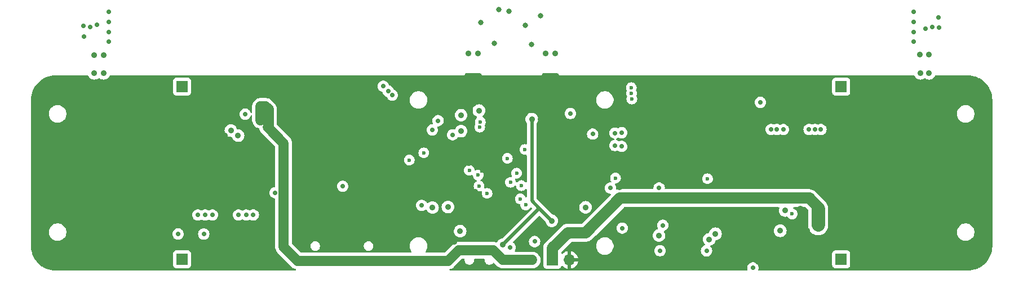
<source format=gbr>
%TF.GenerationSoftware,KiCad,Pcbnew,8.0.4*%
%TF.CreationDate,2024-11-30T13:52:58+01:00*%
%TF.ProjectId,ALL_PCBS,414c4c5f-5043-4425-932e-6b696361645f,rev?*%
%TF.SameCoordinates,Original*%
%TF.FileFunction,Copper,L2,Inr*%
%TF.FilePolarity,Positive*%
%FSLAX46Y46*%
G04 Gerber Fmt 4.6, Leading zero omitted, Abs format (unit mm)*
G04 Created by KiCad (PCBNEW 8.0.4) date 2024-11-30 13:52:58*
%MOMM*%
%LPD*%
G01*
G04 APERTURE LIST*
%TA.AperFunction,ComponentPad*%
%ADD10R,1.700000X1.700000*%
%TD*%
%TA.AperFunction,ComponentPad*%
%ADD11O,1.700000X1.700000*%
%TD*%
%TA.AperFunction,ViaPad*%
%ADD12C,0.900000*%
%TD*%
%TA.AperFunction,ViaPad*%
%ADD13C,0.700000*%
%TD*%
%TA.AperFunction,ViaPad*%
%ADD14C,0.600000*%
%TD*%
%TA.AperFunction,ViaPad*%
%ADD15C,0.800000*%
%TD*%
%TA.AperFunction,Conductor*%
%ADD16C,0.500000*%
%TD*%
%TA.AperFunction,Conductor*%
%ADD17C,1.700000*%
%TD*%
%TA.AperFunction,Conductor*%
%ADD18C,1.500000*%
%TD*%
%TA.AperFunction,Conductor*%
%ADD19C,0.300000*%
%TD*%
%TA.AperFunction,Conductor*%
%ADD20C,2.000000*%
%TD*%
G04 APERTURE END LIST*
D10*
%TO.N,Net-(P1-Pin_1)*%
%TO.C,P1*%
X212800000Y-106200000D03*
%TD*%
%TO.N,Net-(P4-Pin_1)*%
%TO.C,P4*%
X113800000Y-106200000D03*
%TD*%
%TO.N,Net-(P2-Pin_1)*%
%TO.C,P2*%
X212800000Y-132200000D03*
%TD*%
%TO.N,Net-(P3-Pin_1)*%
%TO.C,P3*%
X113800000Y-132200000D03*
%TD*%
%TO.N,VDC*%
%TO.C,+VIN-*%
X169410000Y-132290000D03*
D11*
%TO.N,GND*%
X171950000Y-132290000D03*
%TD*%
D12*
%TO.N,*%
X168400000Y-101200000D03*
X100600000Y-101500000D03*
X224600000Y-101400000D03*
X169800000Y-101200000D03*
X100600000Y-104200000D03*
X158200000Y-101200000D03*
X226000000Y-101400000D03*
X102000000Y-104200000D03*
X224700000Y-104200000D03*
X156800000Y-101200000D03*
X102000000Y-101500000D03*
X226000000Y-104200000D03*
D13*
%TO.N,GND*%
X116975000Y-119975000D03*
X133300000Y-110790000D03*
D12*
X187000000Y-111575000D03*
D14*
X157100000Y-128700000D03*
D13*
X119025000Y-120850000D03*
D12*
X169400000Y-119962347D03*
D14*
X157100000Y-127500000D03*
D12*
X154350000Y-127425000D03*
X207716000Y-127898000D03*
X206700000Y-124596000D03*
X126910000Y-119980000D03*
D13*
X117750000Y-119750000D03*
D12*
X179450000Y-121375000D03*
D14*
X156900000Y-117900000D03*
D13*
X207280000Y-117990000D03*
D15*
X161360000Y-94600000D03*
D13*
X126130000Y-114650000D03*
D12*
X169762500Y-108887500D03*
D15*
X166250000Y-99875000D03*
D13*
X158850000Y-105950000D03*
X199425000Y-105225000D03*
D15*
X158700000Y-96550000D03*
D12*
X153350000Y-115800000D03*
X169750000Y-111200000D03*
D13*
X170190000Y-125300000D03*
X208960000Y-117990000D03*
X119525000Y-110375000D03*
X119025000Y-119800000D03*
D12*
X167675571Y-111075026D03*
X154650000Y-129550000D03*
D13*
X144890000Y-110960000D03*
D12*
X164712653Y-112712653D03*
D13*
X144100000Y-111790000D03*
X172910000Y-117130000D03*
X223700000Y-96450000D03*
X133310000Y-109900000D03*
X142610000Y-112330000D03*
D12*
X120200000Y-113600000D03*
D13*
X120575000Y-105350000D03*
X174870000Y-120190000D03*
X206210000Y-117990000D03*
X133630000Y-114800000D03*
D12*
X157780000Y-122020000D03*
D13*
X102750000Y-97950000D03*
X98980000Y-97080000D03*
X227470000Y-97320000D03*
D12*
X178450000Y-127100000D03*
X198775000Y-117800000D03*
X157525000Y-123625000D03*
D13*
X142990000Y-121330000D03*
D14*
X158800000Y-118900000D03*
D13*
X193370000Y-132700000D03*
X209275000Y-130900000D03*
D12*
%TO.N,+3V3*%
X151400000Y-124400000D03*
X153725000Y-124325000D03*
X204414000Y-124850000D03*
X122200000Y-113575000D03*
D13*
X179810000Y-115210000D03*
X144740000Y-106880000D03*
D12*
X155550000Y-127950000D03*
X203652000Y-127898000D03*
D13*
X145350000Y-107480000D03*
X178830000Y-115080000D03*
X117050000Y-128400000D03*
X179820000Y-113140000D03*
X137900000Y-121200000D03*
X178830000Y-113190000D03*
D12*
X162000000Y-130000000D03*
X166325625Y-111099344D03*
D13*
X144010000Y-106150000D03*
X113190000Y-128390000D03*
X154430000Y-113450000D03*
D12*
X169325000Y-126400000D03*
D13*
X185990000Y-127070000D03*
X123275000Y-110350000D03*
D12*
%TO.N,NRST*%
X155700000Y-112900000D03*
D13*
%TO.N,VDC*%
X125575000Y-111250000D03*
X165380000Y-132300000D03*
X209340000Y-127060000D03*
X166380000Y-132300000D03*
X164330000Y-132280000D03*
X125575000Y-110000000D03*
X125575000Y-109175000D03*
X209375000Y-124560000D03*
X126625000Y-112300000D03*
X209360000Y-125720000D03*
%TO.N,+5V*%
X172125000Y-110250000D03*
X185590000Y-130910000D03*
D12*
X158388000Y-109812000D03*
D13*
X192570000Y-130920000D03*
D12*
X155700000Y-110500000D03*
D13*
%TO.N,ENC_L_B*%
X100000000Y-97200000D03*
X102750000Y-94950000D03*
X223700000Y-99450000D03*
D14*
X150100000Y-116175000D03*
D13*
X226450000Y-97200000D03*
%TO.N,ENC_L_A*%
X223700000Y-97950000D03*
X225450000Y-97500000D03*
X101000000Y-96900000D03*
X102750000Y-96450000D03*
D14*
X147925000Y-117250000D03*
%TO.N,ENC_R_B*%
X164037347Y-119237347D03*
%TO.N,ENC_R_A*%
X163125000Y-120600000D03*
%TO.N,I2C3_SCL*%
X158262500Y-119512500D03*
D15*
X167625000Y-95525000D03*
X165375000Y-96975000D03*
D14*
%TO.N,I2C3_SDA*%
X156925000Y-118800000D03*
%TO.N,I2C3_IMU_INT*%
X158400000Y-121175000D03*
D15*
X160675000Y-99700000D03*
X162900000Y-94875000D03*
D13*
%TO.N,Net-(Key_Button1-A)*%
X199530000Y-133490000D03*
%TO.N,Net-(P2-Pin_1)*%
X204100000Y-112660000D03*
X208850000Y-112660000D03*
X209750000Y-112660000D03*
X203150000Y-112660000D03*
X202270000Y-112660000D03*
X207970000Y-112660000D03*
%TO.N,Net-(P4-Pin_1)*%
X117240000Y-125530000D03*
X116150000Y-125530000D03*
X118330000Y-125530000D03*
X122280000Y-125530000D03*
X124490000Y-125530000D03*
X123460000Y-125540000D03*
D14*
%TO.N,SYS_JTCK_SWCLK*%
X181350000Y-108075000D03*
%TO.N,SYS_JTMS_SWDIO*%
X181300000Y-107200000D03*
%TO.N,SYS_JTDO_SWO*%
X181268769Y-106355595D03*
D13*
%TO.N,LED_1*%
X163075000Y-130400000D03*
%TO.N,LED_2*%
X151375000Y-112725000D03*
X152250000Y-111325000D03*
X149800000Y-124075000D03*
%TO.N,LED_3*%
X166750000Y-129525000D03*
X178150000Y-121475000D03*
X175475000Y-113350000D03*
D12*
%TO.N,ADC_IN2*%
X174400000Y-124370000D03*
D13*
%TO.N,LED_4*%
X200675000Y-108575000D03*
X179925000Y-127500000D03*
X185450000Y-121475000D03*
D12*
%TO.N,Net-(U7-KEY)*%
X185425000Y-128625000D03*
D14*
%TO.N,SENSOR11*%
X165400000Y-124000000D03*
X158500000Y-112300000D03*
%TO.N,SENSOR12*%
X158593413Y-111493413D03*
X164600000Y-123100000D03*
%TO.N,BOOT0*%
X159604722Y-122275000D03*
X162650000Y-117000000D03*
X165300000Y-115675000D03*
%TO.N,Motor_STBY*%
X164750000Y-121100000D03*
X205430000Y-125358000D03*
D13*
X127750000Y-122175000D03*
D14*
X178900000Y-119962347D03*
X192725000Y-120075000D03*
D12*
X121125000Y-112825000D03*
%TO.N,LPUART1_RX*%
X192970000Y-129200000D03*
%TO.N,LPUART1_TX*%
X193910000Y-128360000D03*
D13*
%TO.N,+3.3V*%
X223700000Y-94950000D03*
X227375000Y-95775000D03*
X99075000Y-98625000D03*
X102750000Y-99450000D03*
%TD*%
D16*
%TO.N,+3V3*%
X167412500Y-124587500D02*
X162000000Y-130000000D01*
X167412500Y-124487500D02*
X169325000Y-126400000D01*
X166325625Y-123400625D02*
X167412500Y-124487500D01*
X166325625Y-111099344D02*
X166325625Y-123400625D01*
D17*
%TO.N,VDC*%
X179610000Y-123000000D02*
X208000000Y-123000000D01*
D18*
X129050000Y-130340000D02*
X129050000Y-114725000D01*
D17*
X174410000Y-128200000D02*
X179610000Y-123000000D01*
D19*
X209340000Y-124595000D02*
X209375000Y-124560000D01*
D18*
X160554752Y-130850000D02*
X155329899Y-130850000D01*
X126345000Y-109175000D02*
X126790000Y-109620000D01*
D17*
X208000000Y-123000000D02*
X209375000Y-124375000D01*
D18*
X153739899Y-132440000D02*
X131150000Y-132440000D01*
X126790000Y-109620000D02*
X126790000Y-112135000D01*
X126790000Y-112135000D02*
X126625000Y-112300000D01*
X125575000Y-109175000D02*
X125575000Y-111250000D01*
X129050000Y-114725000D02*
X126625000Y-112300000D01*
X125575000Y-109175000D02*
X126345000Y-109175000D01*
X155329899Y-130850000D02*
X153739899Y-132440000D01*
X162004752Y-132300000D02*
X160554752Y-130850000D01*
D17*
X209375000Y-124375000D02*
X209375000Y-124560000D01*
D18*
X131150000Y-132440000D02*
X129050000Y-130340000D01*
X166380000Y-132300000D02*
X162004752Y-132300000D01*
D17*
X169410000Y-132290000D02*
X169410000Y-130540000D01*
X169410000Y-130540000D02*
X171750000Y-128200000D01*
X171750000Y-128200000D02*
X174410000Y-128200000D01*
D20*
X209340000Y-127060000D02*
X209340000Y-124595000D01*
%TD*%
%TA.AperFunction,Conductor*%
%TO.N,GND*%
G36*
X158660790Y-104219685D02*
G01*
X158706545Y-104272489D01*
X158713525Y-104291904D01*
X158719978Y-104315986D01*
X158719982Y-104315995D01*
X158759535Y-104384504D01*
X158759539Y-104384509D01*
X158759540Y-104384511D01*
X158815489Y-104440460D01*
X158815491Y-104440461D01*
X158815495Y-104440464D01*
X158884004Y-104480017D01*
X158884011Y-104480021D01*
X158960438Y-104500500D01*
X158960440Y-104500500D01*
X167639560Y-104500500D01*
X167639562Y-104500500D01*
X167715989Y-104480021D01*
X167784511Y-104440460D01*
X167840460Y-104384511D01*
X167880021Y-104315989D01*
X167886475Y-104291904D01*
X167922841Y-104232245D01*
X167985688Y-104201717D01*
X168006249Y-104200000D01*
X170193751Y-104200000D01*
X170260790Y-104219685D01*
X170306545Y-104272489D01*
X170313525Y-104291904D01*
X170319978Y-104315986D01*
X170319982Y-104315995D01*
X170359535Y-104384504D01*
X170359539Y-104384509D01*
X170359540Y-104384511D01*
X170415489Y-104440460D01*
X170415491Y-104440461D01*
X170415495Y-104440464D01*
X170484004Y-104480017D01*
X170484011Y-104480021D01*
X170560438Y-104500500D01*
X170639562Y-104500500D01*
X223708537Y-104500500D01*
X223775576Y-104520185D01*
X223817895Y-104566047D01*
X223905862Y-104730623D01*
X223905864Y-104730626D01*
X224024642Y-104875357D01*
X224169373Y-104994135D01*
X224169376Y-104994137D01*
X224334497Y-105082395D01*
X224334499Y-105082396D01*
X224513666Y-105136746D01*
X224513668Y-105136747D01*
X224530374Y-105138392D01*
X224700000Y-105155099D01*
X224886331Y-105136747D01*
X225065501Y-105082396D01*
X225230625Y-104994136D01*
X225271336Y-104960725D01*
X225335644Y-104933413D01*
X225404512Y-104945204D01*
X225428661Y-104960723D01*
X225469375Y-104994136D01*
X225634499Y-105082396D01*
X225813666Y-105136746D01*
X225813668Y-105136747D01*
X225830374Y-105138392D01*
X226000000Y-105155099D01*
X226186331Y-105136747D01*
X226365501Y-105082396D01*
X226530625Y-104994136D01*
X226675357Y-104875357D01*
X226794136Y-104730625D01*
X226838135Y-104648308D01*
X226882105Y-104566047D01*
X226931067Y-104516203D01*
X226991463Y-104500500D01*
X231752405Y-104500500D01*
X231796949Y-104500500D01*
X231803032Y-104500648D01*
X232156532Y-104518015D01*
X232168640Y-104519208D01*
X232277576Y-104535367D01*
X232515717Y-104570692D01*
X232527635Y-104573062D01*
X232868008Y-104658321D01*
X232879646Y-104661852D01*
X233209996Y-104780054D01*
X233221237Y-104784710D01*
X233446857Y-104891419D01*
X233538433Y-104934731D01*
X233549150Y-104940459D01*
X233850102Y-105120843D01*
X233860217Y-105127601D01*
X234095538Y-105302127D01*
X234142049Y-105336622D01*
X234151455Y-105344342D01*
X234411436Y-105579974D01*
X234420025Y-105588563D01*
X234473293Y-105647335D01*
X234655657Y-105848544D01*
X234663377Y-105857950D01*
X234872396Y-106139779D01*
X234879156Y-106149897D01*
X235002444Y-106355591D01*
X235059533Y-106450837D01*
X235065270Y-106461570D01*
X235215289Y-106778762D01*
X235219945Y-106790003D01*
X235338147Y-107120353D01*
X235341680Y-107131998D01*
X235426934Y-107472351D01*
X235429308Y-107484287D01*
X235480791Y-107831359D01*
X235481984Y-107843468D01*
X235499351Y-108196966D01*
X235499500Y-108203051D01*
X235499500Y-130196948D01*
X235499351Y-130203033D01*
X235481984Y-130556531D01*
X235480791Y-130568640D01*
X235429308Y-130915712D01*
X235426934Y-130927648D01*
X235341680Y-131268001D01*
X235338147Y-131279646D01*
X235219945Y-131609996D01*
X235215289Y-131621237D01*
X235065270Y-131938429D01*
X235059533Y-131949162D01*
X234879156Y-132250102D01*
X234872396Y-132260220D01*
X234663377Y-132542049D01*
X234655657Y-132551455D01*
X234420033Y-132811428D01*
X234411428Y-132820033D01*
X234151455Y-133055657D01*
X234142049Y-133063377D01*
X233860220Y-133272396D01*
X233850102Y-133279156D01*
X233549162Y-133459533D01*
X233538429Y-133465270D01*
X233221237Y-133615289D01*
X233209996Y-133619945D01*
X232879646Y-133738147D01*
X232868001Y-133741680D01*
X232527648Y-133826934D01*
X232515712Y-133829308D01*
X232168640Y-133880791D01*
X232156531Y-133881984D01*
X231823016Y-133898369D01*
X231803031Y-133899351D01*
X231796949Y-133899500D01*
X200461885Y-133899500D01*
X200394846Y-133879815D01*
X200349091Y-133827011D01*
X200339147Y-133757853D01*
X200343952Y-133737187D01*
X200366497Y-133667803D01*
X200385185Y-133490000D01*
X200366497Y-133312197D01*
X200328244Y-133194468D01*
X200311252Y-133142170D01*
X200311249Y-133142164D01*
X200295363Y-133114648D01*
X200221859Y-132987335D01*
X200175003Y-132935296D01*
X200102235Y-132854478D01*
X200102232Y-132854476D01*
X200102231Y-132854475D01*
X200102230Y-132854474D01*
X199957593Y-132749388D01*
X199794267Y-132676671D01*
X199794265Y-132676670D01*
X199666594Y-132649533D01*
X199619391Y-132639500D01*
X199440609Y-132639500D01*
X199418060Y-132644293D01*
X199265733Y-132676670D01*
X199265728Y-132676672D01*
X199102408Y-132749387D01*
X198957768Y-132854475D01*
X198838140Y-132987336D01*
X198748750Y-133142164D01*
X198748747Y-133142170D01*
X198693504Y-133312192D01*
X198693503Y-133312194D01*
X198674815Y-133490000D01*
X198687983Y-133615289D01*
X198693503Y-133667803D01*
X198716046Y-133737183D01*
X198718041Y-133807023D01*
X198681961Y-133866856D01*
X198619260Y-133897684D01*
X198598115Y-133899500D01*
X154077631Y-133899500D01*
X154010592Y-133879815D01*
X153964837Y-133827011D01*
X153954893Y-133757853D01*
X153983918Y-133694297D01*
X154039312Y-133657569D01*
X154111569Y-133634091D01*
X154219925Y-133598884D01*
X154395304Y-133509524D01*
X154554545Y-133393828D01*
X155811554Y-132136819D01*
X155872877Y-132103334D01*
X155899235Y-132100500D01*
X156116429Y-132100500D01*
X156183468Y-132120185D01*
X156229223Y-132172989D01*
X156239378Y-132233930D01*
X156239500Y-132233930D01*
X156239500Y-132234664D01*
X156239832Y-132236657D01*
X156239500Y-132240027D01*
X156239500Y-132379982D01*
X156266802Y-132517237D01*
X156266805Y-132517249D01*
X156320361Y-132646546D01*
X156320363Y-132646550D01*
X156398114Y-132762912D01*
X156398120Y-132762920D01*
X156497079Y-132861879D01*
X156497087Y-132861885D01*
X156613449Y-132939636D01*
X156613453Y-132939638D01*
X156742750Y-132993194D01*
X156742755Y-132993196D01*
X156880017Y-133020499D01*
X156880021Y-133020500D01*
X156880022Y-133020500D01*
X157019979Y-133020500D01*
X157019980Y-133020499D01*
X157157245Y-132993196D01*
X157286548Y-132939637D01*
X157286550Y-132939636D01*
X157344341Y-132901020D01*
X157402917Y-132861882D01*
X157501882Y-132762917D01*
X157579637Y-132646548D01*
X157582557Y-132639500D01*
X157622922Y-132542049D01*
X157633196Y-132517245D01*
X157660500Y-132379978D01*
X157660500Y-132240022D01*
X157660499Y-132240017D01*
X157660168Y-132236657D01*
X157660500Y-132234906D01*
X157660500Y-132233930D01*
X157660685Y-132233930D01*
X157673186Y-132168011D01*
X157721249Y-132117299D01*
X157783571Y-132100500D01*
X159116429Y-132100500D01*
X159183468Y-132120185D01*
X159229223Y-132172989D01*
X159239378Y-132233930D01*
X159239500Y-132233930D01*
X159239500Y-132234664D01*
X159239832Y-132236657D01*
X159239500Y-132240027D01*
X159239500Y-132379982D01*
X159266802Y-132517237D01*
X159266805Y-132517249D01*
X159320361Y-132646546D01*
X159320363Y-132646550D01*
X159398114Y-132762912D01*
X159398120Y-132762920D01*
X159497079Y-132861879D01*
X159497087Y-132861885D01*
X159613449Y-132939636D01*
X159613453Y-132939638D01*
X159742750Y-132993194D01*
X159742755Y-132993196D01*
X159880017Y-133020499D01*
X159880021Y-133020500D01*
X159880022Y-133020500D01*
X160019979Y-133020500D01*
X160019980Y-133020499D01*
X160157245Y-132993196D01*
X160286548Y-132939637D01*
X160286550Y-132939636D01*
X160344341Y-132901020D01*
X160402917Y-132861882D01*
X160501882Y-132762917D01*
X160501883Y-132762914D01*
X160504026Y-132760305D01*
X160505497Y-132759302D01*
X160506190Y-132758610D01*
X160506321Y-132758741D01*
X160561770Y-132720968D01*
X160631614Y-132719095D01*
X160687563Y-132751285D01*
X161190107Y-133253829D01*
X161349347Y-133369524D01*
X161423971Y-133407547D01*
X161524721Y-133458882D01*
X161524723Y-133458882D01*
X161524726Y-133458884D01*
X161620491Y-133490000D01*
X161711925Y-133519709D01*
X161906330Y-133550500D01*
X161906335Y-133550500D01*
X166478422Y-133550500D01*
X166672826Y-133519709D01*
X166704175Y-133509523D01*
X166860025Y-133458884D01*
X167035405Y-133369524D01*
X167194646Y-133253828D01*
X167333828Y-133114646D01*
X167449524Y-132955405D01*
X167538884Y-132780025D01*
X167599709Y-132592826D01*
X167630500Y-132398422D01*
X167630500Y-132201577D01*
X167599709Y-132007173D01*
X167538882Y-131819970D01*
X167457684Y-131660610D01*
X167449524Y-131644595D01*
X167333828Y-131485354D01*
X167194646Y-131346172D01*
X167035405Y-131230476D01*
X166860029Y-131141117D01*
X166672826Y-131080290D01*
X166478422Y-131049500D01*
X166478417Y-131049500D01*
X163896858Y-131049500D01*
X163829819Y-131029815D01*
X163784064Y-130977011D01*
X163774120Y-130907853D01*
X163789471Y-130863500D01*
X163809021Y-130829638D01*
X163856250Y-130747835D01*
X163911497Y-130577803D01*
X163926642Y-130433713D01*
X168059500Y-130433713D01*
X168059500Y-133187870D01*
X168059501Y-133187876D01*
X168065908Y-133247483D01*
X168116202Y-133382328D01*
X168116206Y-133382335D01*
X168202452Y-133497544D01*
X168202455Y-133497547D01*
X168317664Y-133583793D01*
X168317671Y-133583797D01*
X168452517Y-133634091D01*
X168452516Y-133634091D01*
X168459444Y-133634835D01*
X168512127Y-133640500D01*
X169293710Y-133640499D01*
X169293724Y-133640500D01*
X169303713Y-133640500D01*
X169526277Y-133640500D01*
X169526289Y-133640499D01*
X170307871Y-133640499D01*
X170307872Y-133640499D01*
X170367483Y-133634091D01*
X170502331Y-133583796D01*
X170617546Y-133497546D01*
X170703796Y-133382331D01*
X170753002Y-133250401D01*
X170794872Y-133194468D01*
X170860337Y-133170050D01*
X170928610Y-133184901D01*
X170956865Y-133206053D01*
X171078917Y-133328105D01*
X171272421Y-133463600D01*
X171486507Y-133563429D01*
X171486516Y-133563433D01*
X171700000Y-133620634D01*
X171700000Y-132723012D01*
X171757007Y-132755925D01*
X171884174Y-132790000D01*
X172015826Y-132790000D01*
X172142993Y-132755925D01*
X172200000Y-132723012D01*
X172200000Y-133620633D01*
X172413483Y-133563433D01*
X172413492Y-133563429D01*
X172627578Y-133463600D01*
X172821082Y-133328105D01*
X172988105Y-133161082D01*
X173123600Y-132967578D01*
X173223429Y-132753492D01*
X173223432Y-132753486D01*
X173280636Y-132540000D01*
X172383012Y-132540000D01*
X172415925Y-132482993D01*
X172450000Y-132355826D01*
X172450000Y-132224174D01*
X172415925Y-132097007D01*
X172383012Y-132040000D01*
X173280636Y-132040000D01*
X173280635Y-132039999D01*
X173223432Y-131826513D01*
X173223429Y-131826507D01*
X173123600Y-131612422D01*
X173123599Y-131612420D01*
X172988113Y-131418926D01*
X172988108Y-131418920D01*
X172821082Y-131251894D01*
X172627578Y-131116399D01*
X172413492Y-131016570D01*
X172413486Y-131016567D01*
X172200000Y-130959364D01*
X172200000Y-131856988D01*
X172142993Y-131824075D01*
X172015826Y-131790000D01*
X171884174Y-131790000D01*
X171757007Y-131824075D01*
X171700000Y-131856988D01*
X171700000Y-130959364D01*
X171699999Y-130959364D01*
X171486513Y-131016567D01*
X171486507Y-131016570D01*
X171272422Y-131116399D01*
X171272420Y-131116400D01*
X171078926Y-131251886D01*
X171078920Y-131251891D01*
X170972181Y-131358631D01*
X170910858Y-131392116D01*
X170841166Y-131387132D01*
X170785233Y-131345260D01*
X170760816Y-131279796D01*
X170760500Y-131270950D01*
X170760500Y-131150757D01*
X170780185Y-131083718D01*
X170796819Y-131063076D01*
X171763034Y-130096861D01*
X175989500Y-130096861D01*
X175989500Y-130303138D01*
X176021769Y-130506877D01*
X176021769Y-130506880D01*
X176085510Y-130703054D01*
X176150008Y-130829638D01*
X176179160Y-130886852D01*
X176300407Y-131053733D01*
X176446267Y-131199593D01*
X176613148Y-131320840D01*
X176793361Y-131412663D01*
X176796945Y-131414489D01*
X176993120Y-131478230D01*
X176993121Y-131478230D01*
X176993124Y-131478231D01*
X177196861Y-131510500D01*
X177196862Y-131510500D01*
X177403138Y-131510500D01*
X177403139Y-131510500D01*
X177606876Y-131478231D01*
X177606879Y-131478230D01*
X177606880Y-131478230D01*
X177803054Y-131414489D01*
X177803054Y-131414488D01*
X177803057Y-131414488D01*
X177986852Y-131320840D01*
X178153733Y-131199593D01*
X178299593Y-131053733D01*
X178404022Y-130910000D01*
X184734815Y-130910000D01*
X184753503Y-131087805D01*
X184753504Y-131087807D01*
X184808747Y-131257829D01*
X184808750Y-131257835D01*
X184898141Y-131412665D01*
X184939812Y-131458946D01*
X185017764Y-131545521D01*
X185017767Y-131545523D01*
X185017770Y-131545526D01*
X185162407Y-131650612D01*
X185325733Y-131723329D01*
X185500609Y-131760500D01*
X185500610Y-131760500D01*
X185679389Y-131760500D01*
X185679391Y-131760500D01*
X185854267Y-131723329D01*
X186017593Y-131650612D01*
X186162230Y-131545526D01*
X186281859Y-131412665D01*
X186371250Y-131257835D01*
X186426497Y-131087803D01*
X186444134Y-130920000D01*
X191714815Y-130920000D01*
X191733503Y-131097805D01*
X191733504Y-131097807D01*
X191788747Y-131267829D01*
X191788750Y-131267835D01*
X191878141Y-131422665D01*
X191919812Y-131468946D01*
X191997764Y-131555521D01*
X191997767Y-131555523D01*
X191997770Y-131555526D01*
X192142407Y-131660612D01*
X192305733Y-131733329D01*
X192480609Y-131770500D01*
X192480610Y-131770500D01*
X192659389Y-131770500D01*
X192659391Y-131770500D01*
X192834267Y-131733329D01*
X192997593Y-131660612D01*
X193142230Y-131555526D01*
X193261859Y-131422665D01*
X193331447Y-131302135D01*
X211449500Y-131302135D01*
X211449500Y-133097870D01*
X211449501Y-133097876D01*
X211455908Y-133157483D01*
X211506202Y-133292328D01*
X211506206Y-133292335D01*
X211592452Y-133407544D01*
X211592455Y-133407547D01*
X211707664Y-133493793D01*
X211707671Y-133493797D01*
X211842517Y-133544091D01*
X211842516Y-133544091D01*
X211849444Y-133544835D01*
X211902127Y-133550500D01*
X213697872Y-133550499D01*
X213757483Y-133544091D01*
X213892331Y-133493796D01*
X214007546Y-133407546D01*
X214093796Y-133292331D01*
X214144091Y-133157483D01*
X214150500Y-133097873D01*
X214150499Y-131302128D01*
X214144091Y-131242517D01*
X214128081Y-131199593D01*
X214093797Y-131107671D01*
X214093793Y-131107664D01*
X214007547Y-130992455D01*
X214007544Y-130992452D01*
X213892335Y-130906206D01*
X213892328Y-130906202D01*
X213757482Y-130855908D01*
X213757483Y-130855908D01*
X213697883Y-130849501D01*
X213697881Y-130849500D01*
X213697873Y-130849500D01*
X213697864Y-130849500D01*
X211902129Y-130849500D01*
X211902123Y-130849501D01*
X211842516Y-130855908D01*
X211707671Y-130906202D01*
X211707664Y-130906206D01*
X211592455Y-130992452D01*
X211592452Y-130992455D01*
X211506206Y-131107664D01*
X211506202Y-131107671D01*
X211455908Y-131242517D01*
X211449501Y-131302116D01*
X211449501Y-131302123D01*
X211449500Y-131302135D01*
X193331447Y-131302135D01*
X193351250Y-131267835D01*
X193406497Y-131097803D01*
X193425185Y-130920000D01*
X193406497Y-130742197D01*
X193370960Y-130632826D01*
X193351252Y-130572170D01*
X193351249Y-130572164D01*
X193261859Y-130417335D01*
X193215012Y-130365306D01*
X193171332Y-130316794D01*
X193141102Y-130253802D01*
X193149728Y-130184467D01*
X193194469Y-130130802D01*
X193227481Y-130115163D01*
X193335501Y-130082396D01*
X193392062Y-130052164D01*
X193500623Y-129994137D01*
X193500626Y-129994135D01*
X193645357Y-129875357D01*
X193764135Y-129730626D01*
X193764137Y-129730623D01*
X193852394Y-129565505D01*
X193852395Y-129565502D01*
X193852396Y-129565501D01*
X193904870Y-129392517D01*
X193943166Y-129334082D01*
X194006978Y-129305626D01*
X194011330Y-129305118D01*
X194087520Y-129297614D01*
X194096332Y-129296747D01*
X194150683Y-129280259D01*
X194275501Y-129242396D01*
X194440625Y-129154136D01*
X194585357Y-129035357D01*
X194704136Y-128890625D01*
X194792396Y-128725501D01*
X194846747Y-128546331D01*
X194865099Y-128360000D01*
X194846747Y-128173669D01*
X194792396Y-127994499D01*
X194740817Y-127898000D01*
X202696901Y-127898000D01*
X202715252Y-128084331D01*
X202715253Y-128084333D01*
X202769604Y-128263502D01*
X202857862Y-128428623D01*
X202857864Y-128428626D01*
X202976642Y-128573357D01*
X203121373Y-128692135D01*
X203121376Y-128692137D01*
X203225570Y-128747829D01*
X203286499Y-128780396D01*
X203465666Y-128834746D01*
X203465668Y-128834747D01*
X203482374Y-128836392D01*
X203652000Y-128853099D01*
X203838331Y-128834747D01*
X204017501Y-128780396D01*
X204182625Y-128692136D01*
X204327357Y-128573357D01*
X204446136Y-128428625D01*
X204534396Y-128263501D01*
X204588747Y-128084331D01*
X204607099Y-127898000D01*
X204588747Y-127711669D01*
X204534396Y-127532499D01*
X204505054Y-127477604D01*
X204446137Y-127367376D01*
X204446135Y-127367373D01*
X204327357Y-127222642D01*
X204182626Y-127103864D01*
X204182623Y-127103862D01*
X204017502Y-127015604D01*
X203838333Y-126961253D01*
X203838331Y-126961252D01*
X203652000Y-126942901D01*
X203465668Y-126961252D01*
X203465666Y-126961253D01*
X203286497Y-127015604D01*
X203121376Y-127103862D01*
X203121373Y-127103864D01*
X202976642Y-127222642D01*
X202857864Y-127367373D01*
X202857862Y-127367376D01*
X202769604Y-127532497D01*
X202715253Y-127711666D01*
X202715252Y-127711668D01*
X202696901Y-127898000D01*
X194740817Y-127898000D01*
X194735116Y-127887335D01*
X194704137Y-127829376D01*
X194704135Y-127829373D01*
X194585357Y-127684642D01*
X194440626Y-127565864D01*
X194440623Y-127565862D01*
X194275502Y-127477604D01*
X194096333Y-127423253D01*
X194096331Y-127423252D01*
X193910000Y-127404901D01*
X193723668Y-127423252D01*
X193723666Y-127423253D01*
X193544497Y-127477604D01*
X193379376Y-127565862D01*
X193379373Y-127565864D01*
X193234642Y-127684642D01*
X193115864Y-127829373D01*
X193115862Y-127829376D01*
X193027604Y-127994497D01*
X192975130Y-128167478D01*
X192936833Y-128225916D01*
X192873020Y-128254373D01*
X192868625Y-128254885D01*
X192783667Y-128263253D01*
X192783666Y-128263253D01*
X192604497Y-128317604D01*
X192439376Y-128405862D01*
X192439373Y-128405864D01*
X192294642Y-128524642D01*
X192175864Y-128669373D01*
X192175862Y-128669376D01*
X192087604Y-128834497D01*
X192033253Y-129013666D01*
X192033252Y-129013668D01*
X192014901Y-129200000D01*
X192033252Y-129386331D01*
X192033253Y-129386333D01*
X192087604Y-129565502D01*
X192175862Y-129730623D01*
X192175864Y-129730626D01*
X192294642Y-129875357D01*
X192325993Y-129901086D01*
X192365327Y-129958832D01*
X192367198Y-130028676D01*
X192331010Y-130088445D01*
X192297764Y-130110218D01*
X192142408Y-130179387D01*
X191997768Y-130284475D01*
X191878140Y-130417336D01*
X191788750Y-130572164D01*
X191788747Y-130572170D01*
X191733504Y-130742192D01*
X191733503Y-130742194D01*
X191714815Y-130920000D01*
X186444134Y-130920000D01*
X186445185Y-130910000D01*
X186426497Y-130732197D01*
X186394209Y-130632826D01*
X186371252Y-130562170D01*
X186371249Y-130562164D01*
X186367997Y-130556531D01*
X186281859Y-130407335D01*
X186219726Y-130338329D01*
X186162235Y-130274478D01*
X186162232Y-130274476D01*
X186162231Y-130274475D01*
X186162230Y-130274474D01*
X186017593Y-130169388D01*
X185854267Y-130096671D01*
X185854265Y-130096670D01*
X185726437Y-130069500D01*
X185679391Y-130059500D01*
X185500609Y-130059500D01*
X185469954Y-130066015D01*
X185325733Y-130096670D01*
X185325728Y-130096672D01*
X185162408Y-130169387D01*
X185017768Y-130274475D01*
X184898140Y-130407336D01*
X184808750Y-130562164D01*
X184808747Y-130562170D01*
X184753504Y-130732192D01*
X184753503Y-130732194D01*
X184734815Y-130910000D01*
X178404022Y-130910000D01*
X178420840Y-130886852D01*
X178514488Y-130703057D01*
X178514489Y-130703054D01*
X178578230Y-130506880D01*
X178578230Y-130506879D01*
X178578231Y-130506876D01*
X178610500Y-130303139D01*
X178610500Y-130096861D01*
X178578231Y-129893124D01*
X178578230Y-129893120D01*
X178578230Y-129893119D01*
X178514489Y-129696945D01*
X178514488Y-129696943D01*
X178420840Y-129513148D01*
X178299593Y-129346267D01*
X178153733Y-129200407D01*
X177986852Y-129079160D01*
X177942401Y-129056511D01*
X177803054Y-128985510D01*
X177606879Y-128921769D01*
X177454073Y-128897567D01*
X177403139Y-128889500D01*
X177196861Y-128889500D01*
X177128948Y-128900256D01*
X176993122Y-128921769D01*
X176993119Y-128921769D01*
X176796945Y-128985510D01*
X176613147Y-129079160D01*
X176446265Y-129200408D01*
X176300408Y-129346265D01*
X176179160Y-129513147D01*
X176085510Y-129696945D01*
X176021769Y-129893119D01*
X176021769Y-129893122D01*
X175989500Y-130096861D01*
X171763034Y-130096861D01*
X172273076Y-129586819D01*
X172334399Y-129553334D01*
X172360757Y-129550500D01*
X174516286Y-129550500D01*
X174516287Y-129550500D01*
X174726243Y-129517246D01*
X174928412Y-129451557D01*
X175117816Y-129355051D01*
X175129909Y-129346265D01*
X175159668Y-129324644D01*
X175159670Y-129324642D01*
X175289788Y-129230107D01*
X175289788Y-129230106D01*
X175289792Y-129230104D01*
X175440104Y-129079792D01*
X175440105Y-129079790D01*
X175447165Y-129072730D01*
X175447170Y-129072723D01*
X175894893Y-128625000D01*
X184469901Y-128625000D01*
X184488252Y-128811331D01*
X184488253Y-128811333D01*
X184542604Y-128990502D01*
X184630862Y-129155623D01*
X184630864Y-129155626D01*
X184749642Y-129300357D01*
X184894373Y-129419135D01*
X184894376Y-129419137D01*
X185059497Y-129507395D01*
X185059499Y-129507396D01*
X185238666Y-129561746D01*
X185238668Y-129561747D01*
X185255374Y-129563392D01*
X185425000Y-129580099D01*
X185611331Y-129561747D01*
X185790501Y-129507396D01*
X185955625Y-129419136D01*
X186100357Y-129300357D01*
X186219136Y-129155625D01*
X186307396Y-128990501D01*
X186361747Y-128811331D01*
X186380099Y-128625000D01*
X186361747Y-128438669D01*
X186307396Y-128259499D01*
X186277271Y-128203138D01*
X186219137Y-128094376D01*
X186219135Y-128094374D01*
X186204901Y-128077029D01*
X186177589Y-128012719D01*
X186189380Y-127943852D01*
X186236533Y-127892292D01*
X186250320Y-127885085D01*
X186254261Y-127883330D01*
X186254267Y-127883329D01*
X186417593Y-127810612D01*
X186562230Y-127705526D01*
X186569471Y-127697485D01*
X186603774Y-127659387D01*
X186681859Y-127572665D01*
X186771250Y-127417835D01*
X186826497Y-127247803D01*
X186845185Y-127070000D01*
X186826497Y-126892197D01*
X186771250Y-126722165D01*
X186681859Y-126567335D01*
X186635003Y-126515296D01*
X186562235Y-126434478D01*
X186562232Y-126434476D01*
X186562231Y-126434475D01*
X186562230Y-126434474D01*
X186417593Y-126329388D01*
X186254267Y-126256671D01*
X186254265Y-126256670D01*
X186126594Y-126229533D01*
X186079391Y-126219500D01*
X185900609Y-126219500D01*
X185869954Y-126226015D01*
X185725733Y-126256670D01*
X185725728Y-126256672D01*
X185562408Y-126329387D01*
X185417768Y-126434475D01*
X185298140Y-126567336D01*
X185208750Y-126722164D01*
X185208747Y-126722170D01*
X185153504Y-126892192D01*
X185153503Y-126892194D01*
X185134815Y-127070000D01*
X185153503Y-127247805D01*
X185153504Y-127247807D01*
X185208747Y-127417829D01*
X185208749Y-127417832D01*
X185208750Y-127417835D01*
X185243258Y-127477604D01*
X185267947Y-127520368D01*
X185284419Y-127588268D01*
X185261566Y-127654295D01*
X185206644Y-127697485D01*
X185196555Y-127701027D01*
X185059497Y-127742604D01*
X184894376Y-127830862D01*
X184894373Y-127830864D01*
X184749642Y-127949642D01*
X184630864Y-128094373D01*
X184630862Y-128094376D01*
X184542604Y-128259497D01*
X184488253Y-128438666D01*
X184488252Y-128438668D01*
X184469901Y-128625000D01*
X175894893Y-128625000D01*
X177019894Y-127500000D01*
X179069815Y-127500000D01*
X179088503Y-127677805D01*
X179088504Y-127677807D01*
X179143747Y-127847829D01*
X179143750Y-127847835D01*
X179233141Y-128002665D01*
X179268706Y-128042164D01*
X179352764Y-128135521D01*
X179352767Y-128135523D01*
X179352770Y-128135526D01*
X179497407Y-128240612D01*
X179660733Y-128313329D01*
X179835609Y-128350500D01*
X179835610Y-128350500D01*
X180014389Y-128350500D01*
X180014391Y-128350500D01*
X180189267Y-128313329D01*
X180352593Y-128240612D01*
X180497230Y-128135526D01*
X180616859Y-128002665D01*
X180706250Y-127847835D01*
X180761497Y-127677803D01*
X180780185Y-127500000D01*
X180761497Y-127322197D01*
X180729150Y-127222643D01*
X180706252Y-127152170D01*
X180706249Y-127152164D01*
X180676368Y-127100408D01*
X180616859Y-126997335D01*
X180556791Y-126930623D01*
X180497235Y-126864478D01*
X180497232Y-126864476D01*
X180497231Y-126864475D01*
X180497230Y-126864474D01*
X180352593Y-126759388D01*
X180189267Y-126686671D01*
X180189265Y-126686670D01*
X180061594Y-126659533D01*
X180014391Y-126649500D01*
X179835609Y-126649500D01*
X179804954Y-126656015D01*
X179660733Y-126686670D01*
X179660728Y-126686672D01*
X179497408Y-126759387D01*
X179352768Y-126864475D01*
X179233140Y-126997336D01*
X179143750Y-127152164D01*
X179143747Y-127152170D01*
X179088504Y-127322192D01*
X179088503Y-127322194D01*
X179069815Y-127500000D01*
X177019894Y-127500000D01*
X180133076Y-124386819D01*
X180194399Y-124353334D01*
X180220757Y-124350500D01*
X203405058Y-124350500D01*
X203472097Y-124370185D01*
X203517852Y-124422989D01*
X203527796Y-124492147D01*
X203523718Y-124510496D01*
X203477253Y-124663666D01*
X203477252Y-124663668D01*
X203458901Y-124850000D01*
X203477252Y-125036331D01*
X203477253Y-125036333D01*
X203531604Y-125215502D01*
X203619862Y-125380623D01*
X203619864Y-125380626D01*
X203738642Y-125525357D01*
X203883373Y-125644135D01*
X203883376Y-125644137D01*
X204002488Y-125707803D01*
X204048499Y-125732396D01*
X204189222Y-125775084D01*
X204227666Y-125786746D01*
X204227668Y-125786747D01*
X204244374Y-125788392D01*
X204414000Y-125805099D01*
X204583625Y-125788392D01*
X204600332Y-125786747D01*
X204638778Y-125775084D01*
X204708645Y-125774459D01*
X204767758Y-125811707D01*
X204779768Y-125827771D01*
X204800184Y-125860262D01*
X204927738Y-125987816D01*
X205080478Y-126083789D01*
X205250745Y-126143368D01*
X205250750Y-126143369D01*
X205429996Y-126163565D01*
X205430000Y-126163565D01*
X205430004Y-126163565D01*
X205609249Y-126143369D01*
X205609252Y-126143368D01*
X205609255Y-126143368D01*
X205779522Y-126083789D01*
X205932262Y-125987816D01*
X206059816Y-125860262D01*
X206155789Y-125707522D01*
X206215368Y-125537255D01*
X206215369Y-125537249D01*
X206235565Y-125358003D01*
X206235565Y-125357996D01*
X206215369Y-125178750D01*
X206215368Y-125178745D01*
X206194510Y-125119136D01*
X206155789Y-125008478D01*
X206059816Y-124855738D01*
X205932262Y-124728184D01*
X205908218Y-124713076D01*
X205779519Y-124632209D01*
X205663297Y-124591541D01*
X205606521Y-124550820D01*
X205580774Y-124485867D01*
X205594230Y-124417305D01*
X205642618Y-124366903D01*
X205704252Y-124350500D01*
X207389243Y-124350500D01*
X207456282Y-124370185D01*
X207476924Y-124386819D01*
X207803181Y-124713076D01*
X207836666Y-124774399D01*
X207839500Y-124800757D01*
X207839500Y-127178097D01*
X207876446Y-127411368D01*
X207949433Y-127635996D01*
X208047966Y-127829376D01*
X208056657Y-127846433D01*
X208195483Y-128037510D01*
X208362490Y-128204517D01*
X208553567Y-128343343D01*
X208645137Y-128390000D01*
X208764003Y-128450566D01*
X208764005Y-128450566D01*
X208764008Y-128450568D01*
X208856514Y-128480625D01*
X208988631Y-128523553D01*
X209221903Y-128560500D01*
X209221908Y-128560500D01*
X209458097Y-128560500D01*
X209691368Y-128523553D01*
X209915992Y-128450568D01*
X210126433Y-128343343D01*
X210317510Y-128204517D01*
X210484517Y-128037510D01*
X210514050Y-127996861D01*
X230189500Y-127996861D01*
X230189500Y-128203139D01*
X230199061Y-128263502D01*
X230221769Y-128406877D01*
X230221769Y-128406880D01*
X230285510Y-128603054D01*
X230377904Y-128784387D01*
X230379160Y-128786852D01*
X230500407Y-128953733D01*
X230646267Y-129099593D01*
X230813148Y-129220840D01*
X230979550Y-129305626D01*
X230996945Y-129314489D01*
X231193120Y-129378230D01*
X231193121Y-129378230D01*
X231193124Y-129378231D01*
X231396861Y-129410500D01*
X231396862Y-129410500D01*
X231603138Y-129410500D01*
X231603139Y-129410500D01*
X231806876Y-129378231D01*
X231806879Y-129378230D01*
X231806880Y-129378230D01*
X232003054Y-129314489D01*
X232003054Y-129314488D01*
X232003057Y-129314488D01*
X232186852Y-129220840D01*
X232353733Y-129099593D01*
X232499593Y-128953733D01*
X232620840Y-128786852D01*
X232714488Y-128603057D01*
X232739967Y-128524642D01*
X232778230Y-128406880D01*
X232778230Y-128406879D01*
X232778231Y-128406876D01*
X232810500Y-128203139D01*
X232810500Y-127996861D01*
X232778231Y-127793124D01*
X232778230Y-127793120D01*
X232778230Y-127793119D01*
X232714489Y-127596945D01*
X232653682Y-127477604D01*
X232620840Y-127413148D01*
X232499593Y-127246267D01*
X232353733Y-127100407D01*
X232186852Y-126979160D01*
X232003054Y-126885510D01*
X231806879Y-126821769D01*
X231654073Y-126797567D01*
X231603139Y-126789500D01*
X231396861Y-126789500D01*
X231328948Y-126800256D01*
X231193122Y-126821769D01*
X231193119Y-126821769D01*
X230996945Y-126885510D01*
X230813147Y-126979160D01*
X230646265Y-127100408D01*
X230500408Y-127246265D01*
X230379160Y-127413147D01*
X230285510Y-127596945D01*
X230221769Y-127793119D01*
X230221769Y-127793122D01*
X230207482Y-127883329D01*
X230189500Y-127996861D01*
X210514050Y-127996861D01*
X210623343Y-127846433D01*
X210730568Y-127635992D01*
X210803553Y-127411368D01*
X210817991Y-127320211D01*
X210840500Y-127178097D01*
X210840500Y-124476902D01*
X210803553Y-124243631D01*
X210735601Y-124034499D01*
X210730568Y-124019008D01*
X210730566Y-124019005D01*
X210730566Y-124019003D01*
X210666182Y-123892644D01*
X210623343Y-123808567D01*
X210557918Y-123718518D01*
X210547761Y-123701942D01*
X210530051Y-123667184D01*
X210495434Y-123619538D01*
X210495434Y-123619537D01*
X210405107Y-123495212D01*
X210405106Y-123495211D01*
X210405104Y-123495208D01*
X210254792Y-123344896D01*
X210254791Y-123344895D01*
X210251680Y-123341784D01*
X210251665Y-123341770D01*
X209034444Y-122124549D01*
X209034435Y-122124539D01*
X208960396Y-122050500D01*
X208879792Y-121969896D01*
X208879788Y-121969893D01*
X208879784Y-121969889D01*
X208707820Y-121844951D01*
X208518414Y-121748444D01*
X208518413Y-121748443D01*
X208518412Y-121748443D01*
X208316243Y-121682754D01*
X208316241Y-121682753D01*
X208316240Y-121682753D01*
X208127166Y-121652807D01*
X208106287Y-121649500D01*
X208106286Y-121649500D01*
X186424560Y-121649500D01*
X186357521Y-121629815D01*
X186311766Y-121577011D01*
X186301239Y-121512539D01*
X186305185Y-121475000D01*
X186286497Y-121297197D01*
X186231250Y-121127165D01*
X186141859Y-120972335D01*
X186059229Y-120880565D01*
X186022235Y-120839478D01*
X186022232Y-120839476D01*
X186022231Y-120839475D01*
X186022230Y-120839474D01*
X185877593Y-120734388D01*
X185714267Y-120661671D01*
X185714265Y-120661670D01*
X185586594Y-120634533D01*
X185539391Y-120624500D01*
X185360609Y-120624500D01*
X185329954Y-120631015D01*
X185185733Y-120661670D01*
X185185728Y-120661672D01*
X185022408Y-120734387D01*
X184877768Y-120839475D01*
X184758140Y-120972336D01*
X184668750Y-121127164D01*
X184668747Y-121127170D01*
X184613504Y-121297192D01*
X184613503Y-121297194D01*
X184597493Y-121449522D01*
X184594815Y-121475000D01*
X184598760Y-121512539D01*
X184586192Y-121581268D01*
X184538460Y-121632292D01*
X184475440Y-121649500D01*
X179721422Y-121649500D01*
X179721398Y-121649499D01*
X179716287Y-121649499D01*
X179503714Y-121649499D01*
X179482829Y-121652807D01*
X179293760Y-121682753D01*
X179293759Y-121682753D01*
X179153971Y-121728173D01*
X179084129Y-121730168D01*
X179024297Y-121694087D01*
X178993469Y-121631386D01*
X178992332Y-121597285D01*
X179005185Y-121475000D01*
X178986497Y-121297197D01*
X178931250Y-121127165D01*
X178841859Y-120972335D01*
X178841451Y-120971882D01*
X178841298Y-120971563D01*
X178838041Y-120967080D01*
X178838861Y-120966484D01*
X178811222Y-120908891D01*
X178819846Y-120839556D01*
X178864587Y-120785890D01*
X178919716Y-120765690D01*
X178989051Y-120757878D01*
X179079250Y-120747716D01*
X179079253Y-120747715D01*
X179079255Y-120747715D01*
X179249522Y-120688136D01*
X179402262Y-120592163D01*
X179529816Y-120464609D01*
X179625789Y-120311869D01*
X179685368Y-120141602D01*
X179685369Y-120141596D01*
X179692873Y-120074996D01*
X191919435Y-120074996D01*
X191919435Y-120075003D01*
X191939630Y-120254249D01*
X191939631Y-120254254D01*
X191999211Y-120424523D01*
X192042669Y-120493685D01*
X192095184Y-120577262D01*
X192222738Y-120704816D01*
X192375478Y-120800789D01*
X192545745Y-120860368D01*
X192545750Y-120860369D01*
X192724996Y-120880565D01*
X192725000Y-120880565D01*
X192725004Y-120880565D01*
X192904249Y-120860369D01*
X192904252Y-120860368D01*
X192904255Y-120860368D01*
X193074522Y-120800789D01*
X193227262Y-120704816D01*
X193354816Y-120577262D01*
X193450789Y-120424522D01*
X193510368Y-120254255D01*
X193512167Y-120238289D01*
X193530565Y-120075003D01*
X193530565Y-120074996D01*
X193510369Y-119895750D01*
X193510368Y-119895745D01*
X193481985Y-119814631D01*
X193450789Y-119725478D01*
X193429599Y-119691755D01*
X193380003Y-119612823D01*
X193354816Y-119572738D01*
X193227262Y-119445184D01*
X193202804Y-119429816D01*
X193074523Y-119349211D01*
X192904254Y-119289631D01*
X192904249Y-119289630D01*
X192725004Y-119269435D01*
X192724996Y-119269435D01*
X192545750Y-119289630D01*
X192545745Y-119289631D01*
X192375476Y-119349211D01*
X192222737Y-119445184D01*
X192095184Y-119572737D01*
X191999211Y-119725476D01*
X191939631Y-119895745D01*
X191939630Y-119895750D01*
X191919435Y-120074996D01*
X179692873Y-120074996D01*
X179705565Y-119962350D01*
X179705565Y-119962343D01*
X179685369Y-119783097D01*
X179685368Y-119783092D01*
X179625788Y-119612823D01*
X179586582Y-119550427D01*
X179529816Y-119460085D01*
X179402262Y-119332531D01*
X179249523Y-119236558D01*
X179079254Y-119176978D01*
X179079249Y-119176977D01*
X178900004Y-119156782D01*
X178899996Y-119156782D01*
X178720750Y-119176977D01*
X178720745Y-119176978D01*
X178550476Y-119236558D01*
X178397737Y-119332531D01*
X178270184Y-119460084D01*
X178174211Y-119612823D01*
X178114631Y-119783092D01*
X178114630Y-119783097D01*
X178094435Y-119962343D01*
X178094435Y-119962350D01*
X178114630Y-120141596D01*
X178114631Y-120141601D01*
X178174211Y-120311870D01*
X178251283Y-120434528D01*
X178270283Y-120501764D01*
X178249915Y-120568600D01*
X178196648Y-120613814D01*
X178146289Y-120624500D01*
X178060609Y-120624500D01*
X178029954Y-120631015D01*
X177885733Y-120661670D01*
X177885728Y-120661672D01*
X177722408Y-120734387D01*
X177577768Y-120839475D01*
X177458140Y-120972336D01*
X177368750Y-121127164D01*
X177368747Y-121127170D01*
X177313504Y-121297192D01*
X177313503Y-121297194D01*
X177294815Y-121475000D01*
X177313503Y-121652805D01*
X177313504Y-121652807D01*
X177368747Y-121822829D01*
X177368750Y-121822835D01*
X177458141Y-121977665D01*
X177475728Y-121997197D01*
X177577764Y-122110521D01*
X177577767Y-122110523D01*
X177577770Y-122110526D01*
X177722407Y-122215612D01*
X177885733Y-122288329D01*
X178060609Y-122325500D01*
X178060610Y-122325500D01*
X178075242Y-122325500D01*
X178142281Y-122345185D01*
X178188036Y-122397989D01*
X178197980Y-122467147D01*
X178168955Y-122530703D01*
X178162923Y-122537181D01*
X173886924Y-126813181D01*
X173825601Y-126846666D01*
X173799243Y-126849500D01*
X171861422Y-126849500D01*
X171861398Y-126849499D01*
X171856287Y-126849499D01*
X171643714Y-126849499D01*
X171611017Y-126854677D01*
X171437275Y-126882196D01*
X171437274Y-126882195D01*
X171433763Y-126882752D01*
X171433757Y-126882753D01*
X171231583Y-126948444D01*
X171042179Y-127044951D01*
X170870213Y-127169890D01*
X168379890Y-129660213D01*
X168254951Y-129832179D01*
X168158444Y-130021585D01*
X168092753Y-130223760D01*
X168059500Y-130433713D01*
X163926642Y-130433713D01*
X163930185Y-130400000D01*
X163911497Y-130222197D01*
X163861883Y-130069500D01*
X163856252Y-130052170D01*
X163856249Y-130052164D01*
X163766859Y-129897335D01*
X163708192Y-129832179D01*
X163647235Y-129764478D01*
X163647232Y-129764476D01*
X163647231Y-129764475D01*
X163647230Y-129764474D01*
X163561773Y-129702385D01*
X163519108Y-129647055D01*
X163513130Y-129577442D01*
X163540801Y-129525000D01*
X165894815Y-129525000D01*
X165913503Y-129702805D01*
X165913504Y-129702807D01*
X165968747Y-129872829D01*
X165968750Y-129872835D01*
X166058141Y-130027665D01*
X166095810Y-130069500D01*
X166177764Y-130160521D01*
X166177767Y-130160523D01*
X166177770Y-130160526D01*
X166322407Y-130265612D01*
X166485733Y-130338329D01*
X166660609Y-130375500D01*
X166660610Y-130375500D01*
X166839389Y-130375500D01*
X166839391Y-130375500D01*
X167014267Y-130338329D01*
X167177593Y-130265612D01*
X167322230Y-130160526D01*
X167329543Y-130152405D01*
X167349697Y-130130021D01*
X167441859Y-130027665D01*
X167531250Y-129872835D01*
X167586497Y-129702803D01*
X167605185Y-129525000D01*
X167586497Y-129347197D01*
X167545441Y-129220839D01*
X167531252Y-129177170D01*
X167531249Y-129177164D01*
X167518814Y-129155626D01*
X167441859Y-129022335D01*
X167380090Y-128953734D01*
X167322235Y-128889478D01*
X167322232Y-128889476D01*
X167322231Y-128889475D01*
X167322230Y-128889474D01*
X167177593Y-128784388D01*
X167014267Y-128711671D01*
X167014265Y-128711670D01*
X166886594Y-128684533D01*
X166839391Y-128674500D01*
X166660609Y-128674500D01*
X166629954Y-128681015D01*
X166485733Y-128711670D01*
X166485728Y-128711672D01*
X166322408Y-128784387D01*
X166177768Y-128889475D01*
X166058140Y-129022336D01*
X165968750Y-129177164D01*
X165968747Y-129177170D01*
X165913504Y-129347192D01*
X165913503Y-129347194D01*
X165894815Y-129525000D01*
X163540801Y-129525000D01*
X163545736Y-129515647D01*
X163546905Y-129514461D01*
X167374820Y-125686546D01*
X167436141Y-125653063D01*
X167505833Y-125658047D01*
X167550180Y-125686548D01*
X168350137Y-126486505D01*
X168383622Y-126547828D01*
X168385859Y-126562030D01*
X168388252Y-126586328D01*
X168388254Y-126586336D01*
X168442604Y-126765502D01*
X168530862Y-126930623D01*
X168530864Y-126930626D01*
X168649642Y-127075357D01*
X168794373Y-127194135D01*
X168794376Y-127194137D01*
X168894783Y-127247805D01*
X168959499Y-127282396D01*
X169138666Y-127336746D01*
X169138668Y-127336747D01*
X169155374Y-127338392D01*
X169325000Y-127355099D01*
X169511331Y-127336747D01*
X169690501Y-127282396D01*
X169855625Y-127194136D01*
X170000357Y-127075357D01*
X170119136Y-126930625D01*
X170207396Y-126765501D01*
X170261747Y-126586331D01*
X170280099Y-126400000D01*
X170261747Y-126213669D01*
X170207396Y-126034499D01*
X170119136Y-125869375D01*
X170119135Y-125869373D01*
X170000357Y-125724642D01*
X169855626Y-125605864D01*
X169855623Y-125605862D01*
X169690502Y-125517604D01*
X169511336Y-125463254D01*
X169511328Y-125463252D01*
X169487030Y-125460859D01*
X169422243Y-125434697D01*
X169411505Y-125425137D01*
X168356369Y-124370000D01*
X173444901Y-124370000D01*
X173463252Y-124556331D01*
X173463253Y-124556333D01*
X173517604Y-124735502D01*
X173605862Y-124900623D01*
X173605864Y-124900626D01*
X173724642Y-125045357D01*
X173869373Y-125164135D01*
X173869376Y-125164137D01*
X174034497Y-125252395D01*
X174034499Y-125252396D01*
X174213666Y-125306746D01*
X174213668Y-125306747D01*
X174230374Y-125308392D01*
X174400000Y-125325099D01*
X174586331Y-125306747D01*
X174765501Y-125252396D01*
X174930625Y-125164136D01*
X175075357Y-125045357D01*
X175194136Y-124900625D01*
X175282396Y-124735501D01*
X175336747Y-124556331D01*
X175355099Y-124370000D01*
X175336747Y-124183669D01*
X175282396Y-124004499D01*
X175229205Y-123904985D01*
X175194137Y-123839376D01*
X175194135Y-123839373D01*
X175075357Y-123694642D01*
X174930626Y-123575864D01*
X174930623Y-123575862D01*
X174765502Y-123487604D01*
X174586333Y-123433253D01*
X174586331Y-123433252D01*
X174400000Y-123414901D01*
X174213668Y-123433252D01*
X174213666Y-123433253D01*
X174034497Y-123487604D01*
X173869376Y-123575862D01*
X173869373Y-123575864D01*
X173724642Y-123694642D01*
X173605864Y-123839373D01*
X173605862Y-123839376D01*
X173517604Y-124004497D01*
X173463253Y-124183666D01*
X173463252Y-124183668D01*
X173444901Y-124370000D01*
X168356369Y-124370000D01*
X167886597Y-123900228D01*
X167886574Y-123900207D01*
X167112444Y-123126076D01*
X167078959Y-123064753D01*
X167076125Y-123038395D01*
X167076125Y-113350000D01*
X174619815Y-113350000D01*
X174638503Y-113527805D01*
X174638504Y-113527807D01*
X174693747Y-113697829D01*
X174693750Y-113697835D01*
X174783141Y-113852665D01*
X174793090Y-113863714D01*
X174902764Y-113985521D01*
X174902767Y-113985523D01*
X174902770Y-113985526D01*
X175047407Y-114090612D01*
X175210733Y-114163329D01*
X175385609Y-114200500D01*
X175385610Y-114200500D01*
X175564389Y-114200500D01*
X175564391Y-114200500D01*
X175739267Y-114163329D01*
X175902593Y-114090612D01*
X176047230Y-113985526D01*
X176166859Y-113852665D01*
X176256250Y-113697835D01*
X176257931Y-113692663D01*
X176274176Y-113642665D01*
X176311497Y-113527803D01*
X176330185Y-113350000D01*
X176313368Y-113190000D01*
X177974815Y-113190000D01*
X177993503Y-113367805D01*
X177993504Y-113367807D01*
X178048747Y-113537829D01*
X178048750Y-113537835D01*
X178138141Y-113692665D01*
X178151405Y-113707396D01*
X178257764Y-113825521D01*
X178257767Y-113825523D01*
X178257770Y-113825526D01*
X178402407Y-113930612D01*
X178565733Y-114003329D01*
X178592576Y-114009034D01*
X178614571Y-114013710D01*
X178676053Y-114046902D01*
X178709829Y-114108065D01*
X178705177Y-114177780D01*
X178663572Y-114233912D01*
X178614571Y-114256290D01*
X178565733Y-114266670D01*
X178565728Y-114266672D01*
X178402408Y-114339387D01*
X178257768Y-114444475D01*
X178138140Y-114577336D01*
X178048750Y-114732164D01*
X178048747Y-114732170D01*
X177993504Y-114902192D01*
X177993503Y-114902194D01*
X177974815Y-115080000D01*
X177993503Y-115257805D01*
X177993504Y-115257807D01*
X178048747Y-115427829D01*
X178048750Y-115427835D01*
X178138141Y-115582665D01*
X178179812Y-115628946D01*
X178257764Y-115715521D01*
X178257767Y-115715523D01*
X178257770Y-115715526D01*
X178402407Y-115820612D01*
X178565733Y-115893329D01*
X178740609Y-115930500D01*
X178740610Y-115930500D01*
X178919389Y-115930500D01*
X178919391Y-115930500D01*
X179094267Y-115893329D01*
X179158639Y-115864668D01*
X179227884Y-115855383D01*
X179281958Y-115877631D01*
X179382401Y-115950608D01*
X179382402Y-115950609D01*
X179382404Y-115950610D01*
X179382407Y-115950612D01*
X179545733Y-116023329D01*
X179720609Y-116060500D01*
X179720610Y-116060500D01*
X179899389Y-116060500D01*
X179899391Y-116060500D01*
X180074267Y-116023329D01*
X180237593Y-115950612D01*
X180382230Y-115845526D01*
X180400282Y-115825478D01*
X180408148Y-115816741D01*
X180501859Y-115712665D01*
X180591250Y-115557835D01*
X180646497Y-115387803D01*
X180665185Y-115210000D01*
X180646497Y-115032197D01*
X180618873Y-114947181D01*
X180591252Y-114862170D01*
X180591249Y-114862164D01*
X180516197Y-114732170D01*
X180501859Y-114707335D01*
X180455003Y-114655296D01*
X180382235Y-114574478D01*
X180382232Y-114574476D01*
X180382231Y-114574475D01*
X180382230Y-114574474D01*
X180237593Y-114469388D01*
X180074267Y-114396671D01*
X180074265Y-114396670D01*
X179944720Y-114369135D01*
X179899391Y-114359500D01*
X179720609Y-114359500D01*
X179683439Y-114367400D01*
X179545734Y-114396670D01*
X179545733Y-114396670D01*
X179481359Y-114425331D01*
X179412109Y-114434614D01*
X179358040Y-114412368D01*
X179336434Y-114396670D01*
X179257593Y-114339388D01*
X179094267Y-114266671D01*
X179094265Y-114266670D01*
X179094264Y-114266670D01*
X179094263Y-114266669D01*
X179045429Y-114256290D01*
X178983947Y-114223098D01*
X178950170Y-114161935D01*
X178954822Y-114092221D01*
X178996426Y-114036088D01*
X179045429Y-114013710D01*
X179094263Y-114003330D01*
X179094263Y-114003329D01*
X179094267Y-114003329D01*
X179257593Y-113930612D01*
X179293569Y-113904473D01*
X179359373Y-113880993D01*
X179416884Y-113891509D01*
X179555733Y-113953329D01*
X179555736Y-113953329D01*
X179555737Y-113953330D01*
X179628023Y-113968694D01*
X179730609Y-113990500D01*
X179730610Y-113990500D01*
X179909389Y-113990500D01*
X179909391Y-113990500D01*
X180084267Y-113953329D01*
X180247593Y-113880612D01*
X180392230Y-113775526D01*
X180400509Y-113766332D01*
X180418148Y-113746741D01*
X180511859Y-113642665D01*
X180601250Y-113487835D01*
X180656497Y-113317803D01*
X180675185Y-113140000D01*
X180656497Y-112962197D01*
X180616080Y-112837807D01*
X180601252Y-112792170D01*
X180601249Y-112792164D01*
X180594724Y-112780862D01*
X180524945Y-112660000D01*
X201414815Y-112660000D01*
X201433503Y-112837805D01*
X201433504Y-112837807D01*
X201488747Y-113007829D01*
X201488750Y-113007835D01*
X201578141Y-113162665D01*
X201586724Y-113172197D01*
X201697764Y-113295521D01*
X201697767Y-113295523D01*
X201697770Y-113295526D01*
X201842407Y-113400612D01*
X202005733Y-113473329D01*
X202180609Y-113510500D01*
X202180610Y-113510500D01*
X202359389Y-113510500D01*
X202359391Y-113510500D01*
X202534267Y-113473329D01*
X202659568Y-113417541D01*
X202728814Y-113408258D01*
X202760426Y-113417539D01*
X202885733Y-113473329D01*
X202885736Y-113473329D01*
X202885737Y-113473330D01*
X202953950Y-113487829D01*
X203060609Y-113510500D01*
X203060610Y-113510500D01*
X203239389Y-113510500D01*
X203239391Y-113510500D01*
X203414267Y-113473329D01*
X203574569Y-113401958D01*
X203643814Y-113392675D01*
X203675425Y-113401955D01*
X203835733Y-113473329D01*
X203835736Y-113473329D01*
X203835737Y-113473330D01*
X203903950Y-113487829D01*
X204010609Y-113510500D01*
X204010610Y-113510500D01*
X204189389Y-113510500D01*
X204189391Y-113510500D01*
X204364267Y-113473329D01*
X204527593Y-113400612D01*
X204672230Y-113295526D01*
X204791859Y-113162665D01*
X204881250Y-113007835D01*
X204936497Y-112837803D01*
X204955185Y-112660000D01*
X207114815Y-112660000D01*
X207133503Y-112837805D01*
X207133504Y-112837807D01*
X207188747Y-113007829D01*
X207188750Y-113007835D01*
X207278141Y-113162665D01*
X207286724Y-113172197D01*
X207397764Y-113295521D01*
X207397767Y-113295523D01*
X207397770Y-113295526D01*
X207542407Y-113400612D01*
X207705733Y-113473329D01*
X207880609Y-113510500D01*
X207880610Y-113510500D01*
X208059389Y-113510500D01*
X208059391Y-113510500D01*
X208234267Y-113473329D01*
X208359568Y-113417541D01*
X208428814Y-113408258D01*
X208460426Y-113417539D01*
X208585733Y-113473329D01*
X208585736Y-113473329D01*
X208585737Y-113473330D01*
X208653950Y-113487829D01*
X208760609Y-113510500D01*
X208760610Y-113510500D01*
X208939389Y-113510500D01*
X208939391Y-113510500D01*
X209114267Y-113473329D01*
X209249567Y-113413089D01*
X209318815Y-113403806D01*
X209350429Y-113413088D01*
X209485733Y-113473329D01*
X209660609Y-113510500D01*
X209660610Y-113510500D01*
X209839389Y-113510500D01*
X209839391Y-113510500D01*
X210014267Y-113473329D01*
X210177593Y-113400612D01*
X210322230Y-113295526D01*
X210441859Y-113162665D01*
X210531250Y-113007835D01*
X210586497Y-112837803D01*
X210605185Y-112660000D01*
X210586497Y-112482197D01*
X210540132Y-112339500D01*
X210531252Y-112312170D01*
X210531249Y-112312164D01*
X210524228Y-112300003D01*
X210441859Y-112157335D01*
X210395003Y-112105296D01*
X210322235Y-112024478D01*
X210322232Y-112024476D01*
X210322231Y-112024475D01*
X210322230Y-112024474D01*
X210177593Y-111919388D01*
X210014267Y-111846671D01*
X210014265Y-111846670D01*
X209872422Y-111816521D01*
X209839391Y-111809500D01*
X209660609Y-111809500D01*
X209629954Y-111816015D01*
X209485733Y-111846670D01*
X209485732Y-111846670D01*
X209350434Y-111906909D01*
X209281184Y-111916193D01*
X209249565Y-111906909D01*
X209114267Y-111846671D01*
X209114265Y-111846670D01*
X208972422Y-111816521D01*
X208939391Y-111809500D01*
X208760609Y-111809500D01*
X208729954Y-111816015D01*
X208585733Y-111846670D01*
X208460435Y-111902457D01*
X208391185Y-111911741D01*
X208359565Y-111902457D01*
X208296772Y-111874500D01*
X208234267Y-111846671D01*
X208234265Y-111846670D01*
X208092422Y-111816521D01*
X208059391Y-111809500D01*
X207880609Y-111809500D01*
X207849954Y-111816015D01*
X207705733Y-111846670D01*
X207705728Y-111846672D01*
X207542408Y-111919387D01*
X207397768Y-112024475D01*
X207278140Y-112157336D01*
X207188750Y-112312164D01*
X207188747Y-112312170D01*
X207133504Y-112482192D01*
X207133503Y-112482194D01*
X207114815Y-112660000D01*
X204955185Y-112660000D01*
X204936497Y-112482197D01*
X204890132Y-112339500D01*
X204881252Y-112312170D01*
X204881249Y-112312164D01*
X204874228Y-112300003D01*
X204791859Y-112157335D01*
X204745003Y-112105296D01*
X204672235Y-112024478D01*
X204672232Y-112024476D01*
X204672231Y-112024475D01*
X204672230Y-112024474D01*
X204527593Y-111919388D01*
X204364267Y-111846671D01*
X204364265Y-111846670D01*
X204222422Y-111816521D01*
X204189391Y-111809500D01*
X204010609Y-111809500D01*
X203979954Y-111816015D01*
X203835733Y-111846670D01*
X203835732Y-111846670D01*
X203675435Y-111918039D01*
X203606185Y-111927323D01*
X203574566Y-111918039D01*
X203414268Y-111846671D01*
X203414265Y-111846670D01*
X203272422Y-111816521D01*
X203239391Y-111809500D01*
X203060609Y-111809500D01*
X203029954Y-111816015D01*
X202885733Y-111846670D01*
X202760435Y-111902457D01*
X202691185Y-111911741D01*
X202659565Y-111902457D01*
X202596772Y-111874500D01*
X202534267Y-111846671D01*
X202534265Y-111846670D01*
X202392422Y-111816521D01*
X202359391Y-111809500D01*
X202180609Y-111809500D01*
X202149954Y-111816015D01*
X202005733Y-111846670D01*
X202005728Y-111846672D01*
X201842408Y-111919387D01*
X201697768Y-112024475D01*
X201578140Y-112157336D01*
X201488750Y-112312164D01*
X201488747Y-112312170D01*
X201433504Y-112482192D01*
X201433503Y-112482194D01*
X201414815Y-112660000D01*
X180524945Y-112660000D01*
X180511859Y-112637335D01*
X180456201Y-112575521D01*
X180392235Y-112504478D01*
X180392232Y-112504476D01*
X180392231Y-112504475D01*
X180392230Y-112504474D01*
X180247593Y-112399388D01*
X180084267Y-112326671D01*
X180084265Y-112326670D01*
X179956594Y-112299533D01*
X179909391Y-112289500D01*
X179730609Y-112289500D01*
X179707674Y-112294375D01*
X179555733Y-112326670D01*
X179392410Y-112399386D01*
X179356428Y-112425528D01*
X179290621Y-112449006D01*
X179233111Y-112438488D01*
X179094267Y-112376671D01*
X179094265Y-112376670D01*
X178966594Y-112349533D01*
X178919391Y-112339500D01*
X178740609Y-112339500D01*
X178709954Y-112346015D01*
X178565733Y-112376670D01*
X178565728Y-112376672D01*
X178402408Y-112449387D01*
X178257768Y-112554475D01*
X178138140Y-112687336D01*
X178048750Y-112842164D01*
X178048747Y-112842170D01*
X177993504Y-113012192D01*
X177993503Y-113012194D01*
X177974815Y-113190000D01*
X176313368Y-113190000D01*
X176311497Y-113172197D01*
X176259229Y-113011333D01*
X176256252Y-113002170D01*
X176256249Y-113002164D01*
X176166859Y-112847335D01*
X176106257Y-112780030D01*
X176047235Y-112714478D01*
X176047232Y-112714476D01*
X176047231Y-112714475D01*
X176047230Y-112714474D01*
X175902593Y-112609388D01*
X175739267Y-112536671D01*
X175739265Y-112536670D01*
X175611594Y-112509533D01*
X175564391Y-112499500D01*
X175385609Y-112499500D01*
X175354954Y-112506015D01*
X175210733Y-112536670D01*
X175210728Y-112536672D01*
X175047408Y-112609387D01*
X174902768Y-112714475D01*
X174783140Y-112847336D01*
X174693750Y-113002164D01*
X174693747Y-113002170D01*
X174638504Y-113172192D01*
X174638503Y-113172194D01*
X174619815Y-113350000D01*
X167076125Y-113350000D01*
X167076125Y-111727507D01*
X167095810Y-111660468D01*
X167104266Y-111648848D01*
X167119761Y-111629969D01*
X167208021Y-111464845D01*
X167262372Y-111285675D01*
X167280724Y-111099344D01*
X167262372Y-110913013D01*
X167208021Y-110733843D01*
X167189497Y-110699186D01*
X167119762Y-110568720D01*
X167119760Y-110568717D01*
X167000982Y-110423986D01*
X166856251Y-110305208D01*
X166856248Y-110305206D01*
X166752964Y-110250000D01*
X171269815Y-110250000D01*
X171288503Y-110427805D01*
X171288504Y-110427807D01*
X171343747Y-110597829D01*
X171343750Y-110597835D01*
X171433141Y-110752665D01*
X171458255Y-110780557D01*
X171552764Y-110885521D01*
X171552767Y-110885523D01*
X171552770Y-110885526D01*
X171697407Y-110990612D01*
X171860733Y-111063329D01*
X172035609Y-111100500D01*
X172035610Y-111100500D01*
X172214389Y-111100500D01*
X172214391Y-111100500D01*
X172389267Y-111063329D01*
X172552593Y-110990612D01*
X172697230Y-110885526D01*
X172816859Y-110752665D01*
X172906250Y-110597835D01*
X172961497Y-110427803D01*
X172980185Y-110250000D01*
X172974600Y-110196861D01*
X230189500Y-110196861D01*
X230189500Y-110403139D01*
X230193407Y-110427805D01*
X230221769Y-110606877D01*
X230221769Y-110606880D01*
X230285510Y-110803054D01*
X230327529Y-110885521D01*
X230379160Y-110986852D01*
X230500407Y-111153733D01*
X230646267Y-111299593D01*
X230813148Y-111420840D01*
X230899513Y-111464845D01*
X230996945Y-111514489D01*
X231193120Y-111578230D01*
X231193121Y-111578230D01*
X231193124Y-111578231D01*
X231396861Y-111610500D01*
X231396862Y-111610500D01*
X231603138Y-111610500D01*
X231603139Y-111610500D01*
X231806876Y-111578231D01*
X231806879Y-111578230D01*
X231806880Y-111578230D01*
X232003054Y-111514489D01*
X232003054Y-111514488D01*
X232003057Y-111514488D01*
X232186852Y-111420840D01*
X232353733Y-111299593D01*
X232499593Y-111153733D01*
X232620840Y-110986852D01*
X232714488Y-110803057D01*
X232752415Y-110686331D01*
X232778230Y-110606880D01*
X232778230Y-110606879D01*
X232778231Y-110606876D01*
X232810500Y-110403139D01*
X232810500Y-110196861D01*
X232778231Y-109993124D01*
X232778230Y-109993120D01*
X232778230Y-109993119D01*
X232714489Y-109796945D01*
X232689212Y-109747336D01*
X232620840Y-109613148D01*
X232499593Y-109446267D01*
X232353733Y-109300407D01*
X232186852Y-109179160D01*
X232109939Y-109139971D01*
X232003054Y-109085510D01*
X231806879Y-109021769D01*
X231654073Y-108997567D01*
X231603139Y-108989500D01*
X231396861Y-108989500D01*
X231328948Y-109000256D01*
X231193122Y-109021769D01*
X231193119Y-109021769D01*
X230996945Y-109085510D01*
X230813147Y-109179160D01*
X230646265Y-109300408D01*
X230500408Y-109446265D01*
X230379160Y-109613147D01*
X230285510Y-109796945D01*
X230221769Y-109993119D01*
X230221769Y-109993122D01*
X230199377Y-110134499D01*
X230189500Y-110196861D01*
X172974600Y-110196861D01*
X172961497Y-110072197D01*
X172906250Y-109902165D01*
X172816859Y-109747335D01*
X172770003Y-109695296D01*
X172697235Y-109614478D01*
X172697232Y-109614476D01*
X172697231Y-109614475D01*
X172697230Y-109614474D01*
X172552593Y-109509388D01*
X172389267Y-109436671D01*
X172389265Y-109436670D01*
X172261594Y-109409533D01*
X172214391Y-109399500D01*
X172035609Y-109399500D01*
X172004954Y-109406015D01*
X171860733Y-109436670D01*
X171860728Y-109436672D01*
X171697408Y-109509387D01*
X171552768Y-109614475D01*
X171433140Y-109747336D01*
X171343750Y-109902164D01*
X171343747Y-109902170D01*
X171288504Y-110072192D01*
X171288503Y-110072194D01*
X171269815Y-110250000D01*
X166752964Y-110250000D01*
X166691127Y-110216948D01*
X166511958Y-110162597D01*
X166511956Y-110162596D01*
X166325625Y-110144245D01*
X166139293Y-110162596D01*
X166139291Y-110162597D01*
X165960122Y-110216948D01*
X165795001Y-110305206D01*
X165794998Y-110305208D01*
X165650267Y-110423986D01*
X165531489Y-110568717D01*
X165531487Y-110568720D01*
X165443229Y-110733841D01*
X165388878Y-110913010D01*
X165388877Y-110913012D01*
X165370526Y-111099344D01*
X165388877Y-111285675D01*
X165388878Y-111285677D01*
X165443229Y-111464846D01*
X165531485Y-111629963D01*
X165531486Y-111629965D01*
X165531488Y-111629968D01*
X165531489Y-111629969D01*
X165546977Y-111648841D01*
X165574291Y-111713150D01*
X165575125Y-111727507D01*
X165575125Y-114761677D01*
X165555440Y-114828716D01*
X165502636Y-114874471D01*
X165437242Y-114884897D01*
X165300004Y-114869435D01*
X165299996Y-114869435D01*
X165120750Y-114889630D01*
X165120745Y-114889631D01*
X164950476Y-114949211D01*
X164797737Y-115045184D01*
X164670184Y-115172737D01*
X164574211Y-115325476D01*
X164514631Y-115495745D01*
X164514630Y-115495750D01*
X164494435Y-115674996D01*
X164494435Y-115675003D01*
X164514630Y-115854249D01*
X164514631Y-115854254D01*
X164574211Y-116024523D01*
X164596817Y-116060500D01*
X164670184Y-116177262D01*
X164797738Y-116304816D01*
X164950478Y-116400789D01*
X165075211Y-116444435D01*
X165120745Y-116460368D01*
X165120750Y-116460369D01*
X165299996Y-116480565D01*
X165300000Y-116480565D01*
X165300003Y-116480565D01*
X165437241Y-116465102D01*
X165506063Y-116477156D01*
X165557443Y-116524506D01*
X165575125Y-116588322D01*
X165575125Y-120493685D01*
X165555440Y-120560724D01*
X165502636Y-120606479D01*
X165433478Y-120616423D01*
X165369922Y-120587398D01*
X165363444Y-120581366D01*
X165252262Y-120470184D01*
X165099523Y-120374211D01*
X164929254Y-120314631D01*
X164929249Y-120314630D01*
X164750004Y-120294435D01*
X164749996Y-120294435D01*
X164570750Y-120314630D01*
X164570745Y-120314631D01*
X164400476Y-120374211D01*
X164247739Y-120470183D01*
X164131609Y-120586313D01*
X164070286Y-120619797D01*
X164000594Y-120614813D01*
X163944661Y-120572941D01*
X163920708Y-120512514D01*
X163910369Y-120420750D01*
X163910368Y-120420745D01*
X163875896Y-120322230D01*
X163850789Y-120250478D01*
X163850787Y-120250475D01*
X163850787Y-120250474D01*
X163833208Y-120222496D01*
X163814208Y-120155259D01*
X163834576Y-120088424D01*
X163887844Y-120043211D01*
X163952084Y-120033305D01*
X164023761Y-120041381D01*
X164037346Y-120042912D01*
X164037347Y-120042912D01*
X164037351Y-120042912D01*
X164216596Y-120022716D01*
X164216599Y-120022715D01*
X164216602Y-120022715D01*
X164386869Y-119963136D01*
X164539609Y-119867163D01*
X164667163Y-119739609D01*
X164763136Y-119586869D01*
X164822715Y-119416602D01*
X164830308Y-119349211D01*
X164842912Y-119237350D01*
X164842912Y-119237343D01*
X164822716Y-119058097D01*
X164822715Y-119058092D01*
X164763135Y-118887823D01*
X164667162Y-118735084D01*
X164539609Y-118607531D01*
X164386870Y-118511558D01*
X164216601Y-118451978D01*
X164216596Y-118451977D01*
X164037351Y-118431782D01*
X164037343Y-118431782D01*
X163858097Y-118451977D01*
X163858092Y-118451978D01*
X163687823Y-118511558D01*
X163535084Y-118607531D01*
X163407531Y-118735084D01*
X163311558Y-118887823D01*
X163251978Y-119058092D01*
X163251977Y-119058097D01*
X163231782Y-119237343D01*
X163231782Y-119237350D01*
X163251977Y-119416596D01*
X163251978Y-119416601D01*
X163311558Y-119586871D01*
X163329139Y-119614851D01*
X163348138Y-119682088D01*
X163327769Y-119748923D01*
X163274501Y-119794136D01*
X163210261Y-119804041D01*
X163125004Y-119794435D01*
X163124996Y-119794435D01*
X162945750Y-119814630D01*
X162945745Y-119814631D01*
X162775476Y-119874211D01*
X162622737Y-119970184D01*
X162495184Y-120097737D01*
X162399211Y-120250476D01*
X162339631Y-120420745D01*
X162339630Y-120420750D01*
X162319435Y-120599996D01*
X162319435Y-120600003D01*
X162339630Y-120779249D01*
X162339631Y-120779254D01*
X162399211Y-120949523D01*
X162481323Y-121080202D01*
X162495184Y-121102262D01*
X162622738Y-121229816D01*
X162622740Y-121229817D01*
X162773426Y-121324500D01*
X162775478Y-121325789D01*
X162924131Y-121377805D01*
X162945745Y-121385368D01*
X162945750Y-121385369D01*
X163124996Y-121405565D01*
X163125000Y-121405565D01*
X163125004Y-121405565D01*
X163304249Y-121385369D01*
X163304252Y-121385368D01*
X163304255Y-121385368D01*
X163474522Y-121325789D01*
X163627262Y-121229816D01*
X163743393Y-121113684D01*
X163804712Y-121080202D01*
X163874404Y-121085186D01*
X163930338Y-121127057D01*
X163954291Y-121187484D01*
X163964630Y-121279250D01*
X163964631Y-121279254D01*
X164024211Y-121449523D01*
X164109431Y-121585149D01*
X164120184Y-121602262D01*
X164247738Y-121729816D01*
X164316046Y-121772737D01*
X164395776Y-121822835D01*
X164400478Y-121825789D01*
X164455240Y-121844951D01*
X164570745Y-121885368D01*
X164570750Y-121885369D01*
X164749996Y-121905565D01*
X164750000Y-121905565D01*
X164750004Y-121905565D01*
X164929249Y-121885369D01*
X164929252Y-121885368D01*
X164929255Y-121885368D01*
X165099522Y-121825789D01*
X165252262Y-121729816D01*
X165363444Y-121618634D01*
X165424767Y-121585149D01*
X165494459Y-121590133D01*
X165550392Y-121632005D01*
X165574809Y-121697469D01*
X165575125Y-121706315D01*
X165575125Y-122733225D01*
X165555440Y-122800264D01*
X165502636Y-122846019D01*
X165433478Y-122855963D01*
X165369922Y-122826938D01*
X165334084Y-122774181D01*
X165325790Y-122750479D01*
X165246646Y-122624523D01*
X165229816Y-122597738D01*
X165102262Y-122470184D01*
X165076902Y-122454249D01*
X164949523Y-122374211D01*
X164779254Y-122314631D01*
X164779249Y-122314630D01*
X164600004Y-122294435D01*
X164599996Y-122294435D01*
X164420750Y-122314630D01*
X164420745Y-122314631D01*
X164250476Y-122374211D01*
X164097737Y-122470184D01*
X163970184Y-122597737D01*
X163874211Y-122750476D01*
X163814631Y-122920745D01*
X163814630Y-122920750D01*
X163794435Y-123099996D01*
X163794435Y-123100003D01*
X163814630Y-123279249D01*
X163814631Y-123279254D01*
X163874211Y-123449523D01*
X163951380Y-123572336D01*
X163970184Y-123602262D01*
X164097738Y-123729816D01*
X164113779Y-123739895D01*
X164200484Y-123794376D01*
X164250478Y-123825789D01*
X164420745Y-123885368D01*
X164420749Y-123885369D01*
X164485320Y-123892644D01*
X164549734Y-123919710D01*
X164589289Y-123977304D01*
X164594657Y-124001980D01*
X164614630Y-124179250D01*
X164614631Y-124179254D01*
X164674211Y-124349523D01*
X164720373Y-124422989D01*
X164770184Y-124502262D01*
X164897738Y-124629816D01*
X164901550Y-124632211D01*
X165035966Y-124716671D01*
X165050478Y-124725789D01*
X165192121Y-124775352D01*
X165220745Y-124785368D01*
X165220750Y-124785369D01*
X165399996Y-124805565D01*
X165400000Y-124805565D01*
X165400004Y-124805565D01*
X165579249Y-124785369D01*
X165579252Y-124785368D01*
X165579255Y-124785368D01*
X165749522Y-124725789D01*
X165902262Y-124629816D01*
X166029816Y-124502262D01*
X166076776Y-124427524D01*
X166129109Y-124381235D01*
X166198163Y-124370586D01*
X166262011Y-124398961D01*
X166269450Y-124405817D01*
X166313451Y-124449818D01*
X166346936Y-124511141D01*
X166341952Y-124580833D01*
X166313451Y-124625180D01*
X161913493Y-129025137D01*
X161852170Y-129058622D01*
X161837969Y-129060859D01*
X161813667Y-129063253D01*
X161813666Y-129063253D01*
X161634497Y-129117604D01*
X161469376Y-129205862D01*
X161469373Y-129205864D01*
X161324642Y-129324642D01*
X161205865Y-129469373D01*
X161128502Y-129614108D01*
X161079539Y-129663952D01*
X161011402Y-129679412D01*
X160980826Y-129673585D01*
X160847581Y-129630291D01*
X160653174Y-129599500D01*
X160653169Y-129599500D01*
X155231482Y-129599500D01*
X155231477Y-129599500D01*
X155037072Y-129630290D01*
X154849869Y-129691117D01*
X154674493Y-129780476D01*
X154603331Y-129832179D01*
X154515254Y-129896171D01*
X154515252Y-129896173D01*
X154515251Y-129896173D01*
X153258244Y-131153181D01*
X153196921Y-131186666D01*
X153170563Y-131189500D01*
X150444316Y-131189500D01*
X150377277Y-131169815D01*
X150331522Y-131117011D01*
X150321578Y-131047853D01*
X150343996Y-130992616D01*
X150420840Y-130886852D01*
X150514488Y-130703057D01*
X150514489Y-130703054D01*
X150578230Y-130506880D01*
X150578230Y-130506879D01*
X150578231Y-130506876D01*
X150610500Y-130303139D01*
X150610500Y-130096861D01*
X150578231Y-129893124D01*
X150578230Y-129893120D01*
X150578230Y-129893119D01*
X150514489Y-129696945D01*
X150514488Y-129696943D01*
X150420840Y-129513148D01*
X150299593Y-129346267D01*
X150153733Y-129200407D01*
X149986852Y-129079160D01*
X149942401Y-129056511D01*
X149803054Y-128985510D01*
X149606879Y-128921769D01*
X149454073Y-128897567D01*
X149403139Y-128889500D01*
X149196861Y-128889500D01*
X149128948Y-128900256D01*
X148993122Y-128921769D01*
X148993119Y-128921769D01*
X148796945Y-128985510D01*
X148613147Y-129079160D01*
X148446265Y-129200408D01*
X148300408Y-129346265D01*
X148179160Y-129513147D01*
X148085510Y-129696945D01*
X148021769Y-129893119D01*
X148021769Y-129893122D01*
X147989500Y-130096861D01*
X147989500Y-130303138D01*
X148021769Y-130506877D01*
X148021769Y-130506880D01*
X148085510Y-130703054D01*
X148150008Y-130829638D01*
X148179160Y-130886852D01*
X148256002Y-130992616D01*
X148279482Y-131058420D01*
X148263657Y-131126474D01*
X148213552Y-131175169D01*
X148155684Y-131189500D01*
X131719336Y-131189500D01*
X131652297Y-131169815D01*
X131631655Y-131153181D01*
X130608491Y-130130017D01*
X133089500Y-130130017D01*
X133089500Y-130269982D01*
X133116802Y-130407237D01*
X133116805Y-130407249D01*
X133170361Y-130536546D01*
X133170363Y-130536550D01*
X133248114Y-130652912D01*
X133248120Y-130652920D01*
X133347079Y-130751879D01*
X133347087Y-130751885D01*
X133463449Y-130829636D01*
X133463453Y-130829638D01*
X133592750Y-130883194D01*
X133592755Y-130883196D01*
X133708435Y-130906206D01*
X133730017Y-130910499D01*
X133730021Y-130910500D01*
X133730022Y-130910500D01*
X133869979Y-130910500D01*
X133869980Y-130910499D01*
X134007245Y-130883196D01*
X134136548Y-130829637D01*
X134136550Y-130829636D01*
X134194341Y-130791020D01*
X134252917Y-130751882D01*
X134351882Y-130652917D01*
X134408194Y-130568640D01*
X134429636Y-130536550D01*
X134429638Y-130536546D01*
X134470284Y-130438417D01*
X134483196Y-130407245D01*
X134510500Y-130269978D01*
X134510500Y-130130022D01*
X134510499Y-130130017D01*
X141089500Y-130130017D01*
X141089500Y-130269982D01*
X141116802Y-130407237D01*
X141116805Y-130407249D01*
X141170361Y-130536546D01*
X141170363Y-130536550D01*
X141248114Y-130652912D01*
X141248120Y-130652920D01*
X141347079Y-130751879D01*
X141347087Y-130751885D01*
X141463449Y-130829636D01*
X141463453Y-130829638D01*
X141592750Y-130883194D01*
X141592755Y-130883196D01*
X141708435Y-130906206D01*
X141730017Y-130910499D01*
X141730021Y-130910500D01*
X141730022Y-130910500D01*
X141869979Y-130910500D01*
X141869980Y-130910499D01*
X142007245Y-130883196D01*
X142136548Y-130829637D01*
X142136550Y-130829636D01*
X142194341Y-130791020D01*
X142252917Y-130751882D01*
X142351882Y-130652917D01*
X142408194Y-130568640D01*
X142429636Y-130536550D01*
X142429638Y-130536546D01*
X142470284Y-130438417D01*
X142483196Y-130407245D01*
X142510500Y-130269978D01*
X142510500Y-130130022D01*
X142483196Y-129992755D01*
X142469145Y-129958832D01*
X142429638Y-129863453D01*
X142429636Y-129863449D01*
X142351885Y-129747087D01*
X142351879Y-129747079D01*
X142252920Y-129648120D01*
X142252912Y-129648114D01*
X142136550Y-129570363D01*
X142136546Y-129570361D01*
X142007249Y-129516805D01*
X142007237Y-129516802D01*
X141869982Y-129489500D01*
X141869978Y-129489500D01*
X141730022Y-129489500D01*
X141730017Y-129489500D01*
X141592762Y-129516802D01*
X141592750Y-129516805D01*
X141463453Y-129570361D01*
X141463449Y-129570363D01*
X141347087Y-129648114D01*
X141347079Y-129648120D01*
X141248120Y-129747079D01*
X141248114Y-129747087D01*
X141170363Y-129863449D01*
X141170361Y-129863453D01*
X141116805Y-129992750D01*
X141116802Y-129992762D01*
X141089500Y-130130017D01*
X134510499Y-130130017D01*
X134483196Y-129992755D01*
X134469145Y-129958832D01*
X134429638Y-129863453D01*
X134429636Y-129863449D01*
X134351885Y-129747087D01*
X134351879Y-129747079D01*
X134252920Y-129648120D01*
X134252912Y-129648114D01*
X134136550Y-129570363D01*
X134136546Y-129570361D01*
X134007249Y-129516805D01*
X134007237Y-129516802D01*
X133869982Y-129489500D01*
X133869978Y-129489500D01*
X133730022Y-129489500D01*
X133730017Y-129489500D01*
X133592762Y-129516802D01*
X133592750Y-129516805D01*
X133463453Y-129570361D01*
X133463449Y-129570363D01*
X133347087Y-129648114D01*
X133347079Y-129648120D01*
X133248120Y-129747079D01*
X133248114Y-129747087D01*
X133170363Y-129863449D01*
X133170361Y-129863453D01*
X133116805Y-129992750D01*
X133116802Y-129992762D01*
X133089500Y-130130017D01*
X130608491Y-130130017D01*
X130336819Y-129858345D01*
X130303334Y-129797022D01*
X130300500Y-129770664D01*
X130300500Y-127950000D01*
X154594901Y-127950000D01*
X154613252Y-128136331D01*
X154613253Y-128136333D01*
X154667604Y-128315502D01*
X154755862Y-128480623D01*
X154755864Y-128480626D01*
X154874642Y-128625357D01*
X155019373Y-128744135D01*
X155019376Y-128744137D01*
X155184497Y-128832395D01*
X155184499Y-128832396D01*
X155363666Y-128886746D01*
X155363668Y-128886747D01*
X155380374Y-128888392D01*
X155550000Y-128905099D01*
X155736331Y-128886747D01*
X155915501Y-128832396D01*
X156080625Y-128744136D01*
X156225357Y-128625357D01*
X156344136Y-128480625D01*
X156432396Y-128315501D01*
X156486747Y-128136331D01*
X156505099Y-127950000D01*
X156486827Y-127764478D01*
X156486747Y-127763668D01*
X156486746Y-127763666D01*
X156470973Y-127711669D01*
X156432396Y-127584499D01*
X156426070Y-127572663D01*
X156344137Y-127419376D01*
X156344135Y-127419373D01*
X156225357Y-127274642D01*
X156080626Y-127155864D01*
X156080623Y-127155862D01*
X155915502Y-127067604D01*
X155736333Y-127013253D01*
X155736331Y-127013252D01*
X155550000Y-126994901D01*
X155363668Y-127013252D01*
X155363666Y-127013253D01*
X155184497Y-127067604D01*
X155019376Y-127155862D01*
X155019373Y-127155864D01*
X154874642Y-127274642D01*
X154755864Y-127419373D01*
X154755862Y-127419376D01*
X154667604Y-127584497D01*
X154613253Y-127763666D01*
X154613252Y-127763668D01*
X154594901Y-127950000D01*
X130300500Y-127950000D01*
X130300500Y-124075000D01*
X148944815Y-124075000D01*
X148963503Y-124252805D01*
X148963504Y-124252807D01*
X149018747Y-124422829D01*
X149018750Y-124422835D01*
X149108141Y-124577665D01*
X149131504Y-124603612D01*
X149227764Y-124710521D01*
X149227767Y-124710523D01*
X149227770Y-124710526D01*
X149372407Y-124815612D01*
X149535733Y-124888329D01*
X149710609Y-124925500D01*
X149710610Y-124925500D01*
X149889389Y-124925500D01*
X149889391Y-124925500D01*
X150064267Y-124888329D01*
X150227593Y-124815612D01*
X150340627Y-124733486D01*
X150406430Y-124710007D01*
X150474485Y-124725832D01*
X150522869Y-124775352D01*
X150605862Y-124930623D01*
X150605864Y-124930626D01*
X150724642Y-125075357D01*
X150869373Y-125194135D01*
X150869376Y-125194137D01*
X151034497Y-125282395D01*
X151034499Y-125282396D01*
X151175268Y-125325098D01*
X151213666Y-125336746D01*
X151213668Y-125336747D01*
X151230374Y-125338392D01*
X151400000Y-125355099D01*
X151586331Y-125336747D01*
X151765501Y-125282396D01*
X151930625Y-125194136D01*
X152075357Y-125075357D01*
X152194136Y-124930625D01*
X152282396Y-124765501D01*
X152336747Y-124586331D01*
X152355099Y-124400000D01*
X152347712Y-124325000D01*
X152769901Y-124325000D01*
X152788252Y-124511331D01*
X152788253Y-124511333D01*
X152842604Y-124690502D01*
X152930862Y-124855623D01*
X152930864Y-124855626D01*
X153049642Y-125000357D01*
X153194373Y-125119135D01*
X153194376Y-125119137D01*
X153312304Y-125182170D01*
X153359499Y-125207396D01*
X153538666Y-125261746D01*
X153538668Y-125261747D01*
X153555374Y-125263392D01*
X153725000Y-125280099D01*
X153911331Y-125261747D01*
X154090501Y-125207396D01*
X154255625Y-125119136D01*
X154400357Y-125000357D01*
X154519136Y-124855625D01*
X154607396Y-124690501D01*
X154661747Y-124511331D01*
X154680099Y-124325000D01*
X154661747Y-124138669D01*
X154607396Y-123959499D01*
X154607395Y-123959497D01*
X154519137Y-123794376D01*
X154519135Y-123794373D01*
X154400357Y-123649642D01*
X154255626Y-123530864D01*
X154255623Y-123530862D01*
X154090502Y-123442604D01*
X153911333Y-123388253D01*
X153911331Y-123388252D01*
X153725000Y-123369901D01*
X153538668Y-123388252D01*
X153538666Y-123388253D01*
X153359497Y-123442604D01*
X153194376Y-123530862D01*
X153194373Y-123530864D01*
X153049642Y-123649642D01*
X152930864Y-123794373D01*
X152930862Y-123794376D01*
X152842604Y-123959497D01*
X152788253Y-124138666D01*
X152788252Y-124138668D01*
X152769901Y-124325000D01*
X152347712Y-124325000D01*
X152336747Y-124213669D01*
X152282396Y-124034499D01*
X152266360Y-124004497D01*
X152194137Y-123869376D01*
X152194135Y-123869373D01*
X152075357Y-123724642D01*
X151930626Y-123605864D01*
X151930623Y-123605862D01*
X151765502Y-123517604D01*
X151586333Y-123463253D01*
X151586331Y-123463252D01*
X151400000Y-123444901D01*
X151213668Y-123463252D01*
X151213666Y-123463253D01*
X151034497Y-123517604D01*
X150869376Y-123605862D01*
X150869373Y-123605864D01*
X150739338Y-123712582D01*
X150675028Y-123739895D01*
X150606160Y-123728104D01*
X150554600Y-123680952D01*
X150553286Y-123678729D01*
X150493895Y-123575862D01*
X150491859Y-123572335D01*
X150422417Y-123495212D01*
X150372235Y-123439478D01*
X150372232Y-123439476D01*
X150372231Y-123439475D01*
X150372230Y-123439474D01*
X150227593Y-123334388D01*
X150064267Y-123261671D01*
X150064265Y-123261670D01*
X149936594Y-123234533D01*
X149889391Y-123224500D01*
X149710609Y-123224500D01*
X149679954Y-123231015D01*
X149535733Y-123261670D01*
X149535728Y-123261672D01*
X149372408Y-123334387D01*
X149227768Y-123439475D01*
X149108140Y-123572336D01*
X149018750Y-123727164D01*
X149018747Y-123727170D01*
X148963504Y-123897192D01*
X148963503Y-123897194D01*
X148944815Y-124075000D01*
X130300500Y-124075000D01*
X130300500Y-121200000D01*
X137044815Y-121200000D01*
X137063503Y-121377805D01*
X137063504Y-121377807D01*
X137118747Y-121547829D01*
X137118750Y-121547835D01*
X137208141Y-121702665D01*
X137231109Y-121728173D01*
X137327764Y-121835521D01*
X137327767Y-121835523D01*
X137327770Y-121835526D01*
X137472407Y-121940612D01*
X137635733Y-122013329D01*
X137810609Y-122050500D01*
X137810610Y-122050500D01*
X137989389Y-122050500D01*
X137989391Y-122050500D01*
X138164267Y-122013329D01*
X138327593Y-121940612D01*
X138472230Y-121835526D01*
X138479759Y-121827165D01*
X138498148Y-121806741D01*
X138591859Y-121702665D01*
X138681250Y-121547835D01*
X138736497Y-121377803D01*
X138755185Y-121200000D01*
X138736497Y-121022197D01*
X138703533Y-120920745D01*
X138681252Y-120852170D01*
X138681249Y-120852164D01*
X138673923Y-120839475D01*
X138591859Y-120697335D01*
X138526278Y-120624500D01*
X138472235Y-120564478D01*
X138472232Y-120564476D01*
X138472231Y-120564475D01*
X138472230Y-120564474D01*
X138327593Y-120459388D01*
X138164267Y-120386671D01*
X138164265Y-120386670D01*
X138036594Y-120359533D01*
X137989391Y-120349500D01*
X137810609Y-120349500D01*
X137779954Y-120356015D01*
X137635733Y-120386670D01*
X137635728Y-120386672D01*
X137472408Y-120459387D01*
X137327768Y-120564475D01*
X137208140Y-120697336D01*
X137118750Y-120852164D01*
X137118747Y-120852170D01*
X137063504Y-121022192D01*
X137063503Y-121022194D01*
X137044815Y-121200000D01*
X130300500Y-121200000D01*
X130300500Y-118799996D01*
X156119435Y-118799996D01*
X156119435Y-118800003D01*
X156139630Y-118979249D01*
X156139631Y-118979254D01*
X156199211Y-119149523D01*
X156254395Y-119237347D01*
X156295184Y-119302262D01*
X156422738Y-119429816D01*
X156447196Y-119445184D01*
X156572996Y-119524230D01*
X156575478Y-119525789D01*
X156709648Y-119572737D01*
X156745745Y-119585368D01*
X156745750Y-119585369D01*
X156924996Y-119605565D01*
X156925000Y-119605565D01*
X156925004Y-119605565D01*
X157104249Y-119585369D01*
X157104252Y-119585368D01*
X157104255Y-119585368D01*
X157274522Y-119525789D01*
X157279171Y-119522868D01*
X157346407Y-119503865D01*
X157413243Y-119524230D01*
X157458459Y-119577496D01*
X157468367Y-119613974D01*
X157477131Y-119691751D01*
X157477131Y-119691754D01*
X157536711Y-119862023D01*
X157600245Y-119963136D01*
X157632684Y-120014762D01*
X157760238Y-120142316D01*
X157780837Y-120155259D01*
X157912978Y-120238289D01*
X157973864Y-120259594D01*
X158030640Y-120300316D01*
X158056388Y-120365268D01*
X158042932Y-120433830D01*
X157998883Y-120481629D01*
X157897740Y-120545182D01*
X157897737Y-120545184D01*
X157770184Y-120672737D01*
X157674211Y-120825476D01*
X157614631Y-120995745D01*
X157614630Y-120995750D01*
X157594435Y-121174996D01*
X157594435Y-121175003D01*
X157614630Y-121354249D01*
X157614631Y-121354254D01*
X157674211Y-121524523D01*
X157740371Y-121629815D01*
X157770184Y-121677262D01*
X157897738Y-121804816D01*
X157988080Y-121861582D01*
X158025935Y-121885368D01*
X158050478Y-121900789D01*
X158164280Y-121940610D01*
X158220745Y-121960368D01*
X158220750Y-121960369D01*
X158399996Y-121980565D01*
X158400000Y-121980565D01*
X158400004Y-121980565D01*
X158579249Y-121960369D01*
X158579252Y-121960368D01*
X158579255Y-121960368D01*
X158579256Y-121960367D01*
X158579259Y-121960367D01*
X158635714Y-121940612D01*
X158663792Y-121930786D01*
X158733570Y-121927224D01*
X158794198Y-121961952D01*
X158826425Y-122023946D01*
X158821792Y-122088774D01*
X158819355Y-122095739D01*
X158819352Y-122095750D01*
X158799157Y-122274996D01*
X158799157Y-122275003D01*
X158819352Y-122454249D01*
X158819353Y-122454254D01*
X158878933Y-122624523D01*
X158912325Y-122677665D01*
X158974906Y-122777262D01*
X159102460Y-122904816D01*
X159255200Y-123000789D01*
X159425467Y-123060368D01*
X159425472Y-123060369D01*
X159604718Y-123080565D01*
X159604722Y-123080565D01*
X159604726Y-123080565D01*
X159783971Y-123060369D01*
X159783974Y-123060368D01*
X159783977Y-123060368D01*
X159954244Y-123000789D01*
X160106984Y-122904816D01*
X160234538Y-122777262D01*
X160330511Y-122624522D01*
X160390090Y-122454255D01*
X160399109Y-122374211D01*
X160410287Y-122275003D01*
X160410287Y-122274996D01*
X160390091Y-122095750D01*
X160390090Y-122095745D01*
X160361251Y-122013329D01*
X160330511Y-121925478D01*
X160234538Y-121772738D01*
X160106984Y-121645184D01*
X160085025Y-121631386D01*
X159954245Y-121549211D01*
X159783976Y-121489631D01*
X159783971Y-121489630D01*
X159604726Y-121469435D01*
X159604718Y-121469435D01*
X159425472Y-121489630D01*
X159425464Y-121489632D01*
X159340928Y-121519213D01*
X159271150Y-121522774D01*
X159210522Y-121488045D01*
X159178295Y-121426052D01*
X159182933Y-121361214D01*
X159183069Y-121360823D01*
X159185368Y-121354255D01*
X159185369Y-121354249D01*
X159205565Y-121175003D01*
X159205565Y-121174996D01*
X159185369Y-120995750D01*
X159185368Y-120995745D01*
X159137998Y-120860369D01*
X159125789Y-120825478D01*
X159029816Y-120672738D01*
X158902262Y-120545184D01*
X158749522Y-120449211D01*
X158749519Y-120449209D01*
X158688634Y-120427904D01*
X158631858Y-120387182D01*
X158606111Y-120322230D01*
X158619568Y-120253668D01*
X158663615Y-120205870D01*
X158764762Y-120142316D01*
X158892316Y-120014762D01*
X158988289Y-119862022D01*
X159047868Y-119691755D01*
X159047868Y-119691752D01*
X159047869Y-119691749D01*
X159068065Y-119512503D01*
X159068065Y-119512496D01*
X159047869Y-119333250D01*
X159047868Y-119333245D01*
X158988288Y-119162976D01*
X158892315Y-119010237D01*
X158764762Y-118882684D01*
X158612023Y-118786711D01*
X158441754Y-118727131D01*
X158441749Y-118727130D01*
X158262504Y-118706935D01*
X158262496Y-118706935D01*
X158083250Y-118727130D01*
X158083245Y-118727131D01*
X157912973Y-118786712D01*
X157908317Y-118789638D01*
X157841079Y-118808633D01*
X157774245Y-118788262D01*
X157729035Y-118734991D01*
X157719132Y-118698523D01*
X157710369Y-118620750D01*
X157710368Y-118620745D01*
X157651314Y-118451978D01*
X157650789Y-118450478D01*
X157554816Y-118297738D01*
X157427262Y-118170184D01*
X157274523Y-118074211D01*
X157104254Y-118014631D01*
X157104249Y-118014630D01*
X156925004Y-117994435D01*
X156924996Y-117994435D01*
X156745750Y-118014630D01*
X156745745Y-118014631D01*
X156575476Y-118074211D01*
X156422737Y-118170184D01*
X156295184Y-118297737D01*
X156199211Y-118450476D01*
X156139631Y-118620745D01*
X156139630Y-118620750D01*
X156119435Y-118799996D01*
X130300500Y-118799996D01*
X130300500Y-117249996D01*
X147119435Y-117249996D01*
X147119435Y-117250003D01*
X147139630Y-117429249D01*
X147139631Y-117429254D01*
X147199211Y-117599523D01*
X147278549Y-117725788D01*
X147295184Y-117752262D01*
X147422738Y-117879816D01*
X147575478Y-117975789D01*
X147686479Y-118014630D01*
X147745745Y-118035368D01*
X147745750Y-118035369D01*
X147924996Y-118055565D01*
X147925000Y-118055565D01*
X147925004Y-118055565D01*
X148104249Y-118035369D01*
X148104252Y-118035368D01*
X148104255Y-118035368D01*
X148274522Y-117975789D01*
X148427262Y-117879816D01*
X148554816Y-117752262D01*
X148650789Y-117599522D01*
X148710368Y-117429255D01*
X148730565Y-117250000D01*
X148722593Y-117179249D01*
X148710369Y-117070750D01*
X148710368Y-117070745D01*
X148685612Y-116999996D01*
X161844435Y-116999996D01*
X161844435Y-117000003D01*
X161864630Y-117179249D01*
X161864631Y-117179254D01*
X161924211Y-117349523D01*
X162020184Y-117502262D01*
X162147738Y-117629816D01*
X162300478Y-117725789D01*
X162470745Y-117785368D01*
X162470750Y-117785369D01*
X162649996Y-117805565D01*
X162650000Y-117805565D01*
X162650004Y-117805565D01*
X162829249Y-117785369D01*
X162829252Y-117785368D01*
X162829255Y-117785368D01*
X162999522Y-117725789D01*
X163152262Y-117629816D01*
X163279816Y-117502262D01*
X163375789Y-117349522D01*
X163435368Y-117179255D01*
X163435369Y-117179249D01*
X163455565Y-117000003D01*
X163455565Y-116999996D01*
X163435369Y-116820750D01*
X163435368Y-116820745D01*
X163375788Y-116650476D01*
X163296646Y-116524523D01*
X163279816Y-116497738D01*
X163152262Y-116370184D01*
X163048230Y-116304816D01*
X162999523Y-116274211D01*
X162829254Y-116214631D01*
X162829249Y-116214630D01*
X162650004Y-116194435D01*
X162649996Y-116194435D01*
X162470750Y-116214630D01*
X162470745Y-116214631D01*
X162300476Y-116274211D01*
X162147737Y-116370184D01*
X162020184Y-116497737D01*
X161924211Y-116650476D01*
X161864631Y-116820745D01*
X161864630Y-116820750D01*
X161844435Y-116999996D01*
X148685612Y-116999996D01*
X148650789Y-116900478D01*
X148554816Y-116747738D01*
X148427262Y-116620184D01*
X148376554Y-116588322D01*
X148274523Y-116524211D01*
X148104254Y-116464631D01*
X148104249Y-116464630D01*
X147925004Y-116444435D01*
X147924996Y-116444435D01*
X147745750Y-116464630D01*
X147745745Y-116464631D01*
X147575476Y-116524211D01*
X147422737Y-116620184D01*
X147295184Y-116747737D01*
X147199211Y-116900476D01*
X147139631Y-117070745D01*
X147139630Y-117070750D01*
X147119435Y-117249996D01*
X130300500Y-117249996D01*
X130300500Y-116174996D01*
X149294435Y-116174996D01*
X149294435Y-116175003D01*
X149314630Y-116354249D01*
X149314631Y-116354254D01*
X149374211Y-116524523D01*
X149414299Y-116588322D01*
X149470184Y-116677262D01*
X149597738Y-116804816D01*
X149623089Y-116820745D01*
X149749979Y-116900476D01*
X149750478Y-116900789D01*
X149920745Y-116960368D01*
X149920750Y-116960369D01*
X150099996Y-116980565D01*
X150100000Y-116980565D01*
X150100004Y-116980565D01*
X150279249Y-116960369D01*
X150279252Y-116960368D01*
X150279255Y-116960368D01*
X150449522Y-116900789D01*
X150602262Y-116804816D01*
X150729816Y-116677262D01*
X150825789Y-116524522D01*
X150885368Y-116354255D01*
X150885369Y-116354249D01*
X150905565Y-116175003D01*
X150905565Y-116174996D01*
X150885369Y-115995750D01*
X150885368Y-115995745D01*
X150844038Y-115877631D01*
X150825789Y-115825478D01*
X150822731Y-115820612D01*
X150786582Y-115763080D01*
X150729816Y-115672738D01*
X150602262Y-115545184D01*
X150449523Y-115449211D01*
X150279254Y-115389631D01*
X150279249Y-115389630D01*
X150100004Y-115369435D01*
X150099996Y-115369435D01*
X149920750Y-115389630D01*
X149920745Y-115389631D01*
X149750476Y-115449211D01*
X149597737Y-115545184D01*
X149470184Y-115672737D01*
X149374211Y-115825476D01*
X149314631Y-115995745D01*
X149314630Y-115995750D01*
X149294435Y-116174996D01*
X130300500Y-116174996D01*
X130300500Y-114626577D01*
X130269709Y-114432173D01*
X130239561Y-114339389D01*
X130239561Y-114339388D01*
X130239561Y-114339387D01*
X130208884Y-114244974D01*
X130119524Y-114069595D01*
X130003828Y-113910354D01*
X128818474Y-112725000D01*
X150519815Y-112725000D01*
X150538503Y-112902805D01*
X150538504Y-112902807D01*
X150593747Y-113072829D01*
X150593750Y-113072835D01*
X150683141Y-113227665D01*
X150717209Y-113265501D01*
X150802764Y-113360521D01*
X150802767Y-113360523D01*
X150802770Y-113360526D01*
X150947407Y-113465612D01*
X151110733Y-113538329D01*
X151285609Y-113575500D01*
X151285610Y-113575500D01*
X151464389Y-113575500D01*
X151464391Y-113575500D01*
X151639267Y-113538329D01*
X151802593Y-113465612D01*
X151824081Y-113450000D01*
X153574815Y-113450000D01*
X153593503Y-113627805D01*
X153593504Y-113627807D01*
X153648747Y-113797829D01*
X153648750Y-113797835D01*
X153738141Y-113952665D01*
X153772208Y-113990500D01*
X153857764Y-114085521D01*
X153857767Y-114085523D01*
X153857770Y-114085526D01*
X154002407Y-114190612D01*
X154165733Y-114263329D01*
X154340609Y-114300500D01*
X154340610Y-114300500D01*
X154519389Y-114300500D01*
X154519391Y-114300500D01*
X154694267Y-114263329D01*
X154857593Y-114190612D01*
X155002230Y-114085526D01*
X155016575Y-114069595D01*
X155037007Y-114046902D01*
X155121859Y-113952665D01*
X155187997Y-113838109D01*
X155238563Y-113789895D01*
X155307170Y-113776671D01*
X155331380Y-113781450D01*
X155513666Y-113836746D01*
X155513668Y-113836747D01*
X155520197Y-113837390D01*
X155700000Y-113855099D01*
X155886331Y-113836747D01*
X156065501Y-113782396D01*
X156230625Y-113694136D01*
X156375357Y-113575357D01*
X156494136Y-113430625D01*
X156582396Y-113265501D01*
X156636747Y-113086331D01*
X156655099Y-112900000D01*
X156636827Y-112714478D01*
X156636747Y-112713668D01*
X156636746Y-112713666D01*
X156628759Y-112687336D01*
X156582396Y-112534499D01*
X156566350Y-112504478D01*
X156494137Y-112369376D01*
X156494135Y-112369373D01*
X156375357Y-112224642D01*
X156230626Y-112105864D01*
X156230623Y-112105862D01*
X156065502Y-112017604D01*
X155886333Y-111963253D01*
X155886331Y-111963252D01*
X155700000Y-111944901D01*
X155513668Y-111963252D01*
X155513666Y-111963253D01*
X155334497Y-112017604D01*
X155169376Y-112105862D01*
X155169373Y-112105864D01*
X155024642Y-112224642D01*
X154905864Y-112369373D01*
X154905862Y-112369376D01*
X154817606Y-112534494D01*
X154817605Y-112534496D01*
X154817604Y-112534499D01*
X154816945Y-112536672D01*
X154814072Y-112546143D01*
X154775772Y-112604580D01*
X154711959Y-112633035D01*
X154669631Y-112631434D01*
X154565906Y-112609387D01*
X154519391Y-112599500D01*
X154340609Y-112599500D01*
X154309954Y-112606015D01*
X154165733Y-112636670D01*
X154165728Y-112636672D01*
X154002408Y-112709387D01*
X153857768Y-112814475D01*
X153738140Y-112947336D01*
X153648750Y-113102164D01*
X153648747Y-113102170D01*
X153593504Y-113272192D01*
X153593503Y-113272194D01*
X153574815Y-113450000D01*
X151824081Y-113450000D01*
X151947230Y-113360526D01*
X152066859Y-113227665D01*
X152156250Y-113072835D01*
X152211497Y-112902803D01*
X152230185Y-112725000D01*
X152211497Y-112547197D01*
X152179717Y-112449388D01*
X152156252Y-112377170D01*
X152156248Y-112377162D01*
X152147205Y-112361498D01*
X152130734Y-112293598D01*
X152153587Y-112227571D01*
X152208509Y-112184382D01*
X152254593Y-112175500D01*
X152339389Y-112175500D01*
X152339391Y-112175500D01*
X152514267Y-112138329D01*
X152677593Y-112065612D01*
X152822230Y-111960526D01*
X152828259Y-111953831D01*
X152859272Y-111919387D01*
X152941859Y-111827665D01*
X153031250Y-111672835D01*
X153086497Y-111502803D01*
X153105185Y-111325000D01*
X153086497Y-111147197D01*
X153035795Y-110991152D01*
X153031252Y-110977170D01*
X153031249Y-110977164D01*
X152941859Y-110822335D01*
X152875600Y-110748747D01*
X152822235Y-110689478D01*
X152822232Y-110689476D01*
X152822231Y-110689475D01*
X152822230Y-110689474D01*
X152677593Y-110584388D01*
X152514267Y-110511671D01*
X152514265Y-110511670D01*
X152459361Y-110500000D01*
X154744901Y-110500000D01*
X154763252Y-110686331D01*
X154763253Y-110686333D01*
X154817604Y-110865502D01*
X154905862Y-111030623D01*
X154905864Y-111030626D01*
X155024642Y-111175357D01*
X155169373Y-111294135D01*
X155169376Y-111294137D01*
X155334497Y-111382395D01*
X155334499Y-111382396D01*
X155513666Y-111436746D01*
X155513668Y-111436747D01*
X155530374Y-111438392D01*
X155700000Y-111455099D01*
X155886331Y-111436747D01*
X156065501Y-111382396D01*
X156230625Y-111294136D01*
X156375357Y-111175357D01*
X156494136Y-111030625D01*
X156582396Y-110865501D01*
X156636747Y-110686331D01*
X156655099Y-110500000D01*
X156636747Y-110313669D01*
X156582396Y-110134499D01*
X156549094Y-110072194D01*
X156494137Y-109969376D01*
X156494135Y-109969373D01*
X156375357Y-109824642D01*
X156359953Y-109812000D01*
X157432901Y-109812000D01*
X157451252Y-109998331D01*
X157451253Y-109998333D01*
X157505604Y-110177502D01*
X157593862Y-110342623D01*
X157593864Y-110342626D01*
X157712642Y-110487357D01*
X157857373Y-110606135D01*
X157857376Y-110606137D01*
X158027871Y-110697268D01*
X158026845Y-110699186D01*
X158073617Y-110736855D01*
X158095701Y-110803143D01*
X158078441Y-110870847D01*
X158059463Y-110895285D01*
X157963596Y-110991152D01*
X157867624Y-111143889D01*
X157808044Y-111314158D01*
X157808043Y-111314163D01*
X157787848Y-111493409D01*
X157787848Y-111493416D01*
X157808044Y-111672665D01*
X157838658Y-111760157D01*
X157842219Y-111829936D01*
X157826611Y-111867081D01*
X157774209Y-111950480D01*
X157714633Y-112120737D01*
X157714630Y-112120750D01*
X157694435Y-112299996D01*
X157694435Y-112300003D01*
X157714630Y-112479249D01*
X157714631Y-112479254D01*
X157774211Y-112649523D01*
X157821637Y-112725000D01*
X157870184Y-112802262D01*
X157997738Y-112929816D01*
X158025621Y-112947336D01*
X158128841Y-113012194D01*
X158150478Y-113025789D01*
X158203594Y-113044375D01*
X158320745Y-113085368D01*
X158320750Y-113085369D01*
X158499996Y-113105565D01*
X158500000Y-113105565D01*
X158500004Y-113105565D01*
X158679249Y-113085369D01*
X158679252Y-113085368D01*
X158679255Y-113085368D01*
X158849522Y-113025789D01*
X159002262Y-112929816D01*
X159129816Y-112802262D01*
X159225789Y-112649522D01*
X159285368Y-112479255D01*
X159287594Y-112459497D01*
X159305565Y-112300003D01*
X159305565Y-112299996D01*
X159285369Y-112120753D01*
X159285369Y-112120751D01*
X159285368Y-112120749D01*
X159285368Y-112120745D01*
X159254752Y-112033252D01*
X159251192Y-111963476D01*
X159266799Y-111926332D01*
X159319202Y-111842935D01*
X159378781Y-111672668D01*
X159383592Y-111629969D01*
X159398978Y-111493416D01*
X159398978Y-111493409D01*
X159378782Y-111314163D01*
X159378781Y-111314158D01*
X159330212Y-111175357D01*
X159319202Y-111143891D01*
X159223229Y-110991151D01*
X159095675Y-110863597D01*
X158999326Y-110803057D01*
X158963518Y-110780557D01*
X158917227Y-110728222D01*
X158906579Y-110659168D01*
X158934954Y-110595320D01*
X158950825Y-110579710D01*
X159063357Y-110487357D01*
X159182136Y-110342625D01*
X159270396Y-110177501D01*
X159324747Y-109998331D01*
X159343099Y-109812000D01*
X159324747Y-109625669D01*
X159270396Y-109446499D01*
X159259172Y-109425500D01*
X159182137Y-109281376D01*
X159182135Y-109281373D01*
X159063357Y-109136642D01*
X158918626Y-109017864D01*
X158918623Y-109017862D01*
X158753502Y-108929604D01*
X158574333Y-108875253D01*
X158574331Y-108875252D01*
X158388000Y-108856901D01*
X158201668Y-108875252D01*
X158201666Y-108875253D01*
X158022497Y-108929604D01*
X157857376Y-109017862D01*
X157857373Y-109017864D01*
X157712642Y-109136642D01*
X157593864Y-109281373D01*
X157593862Y-109281376D01*
X157505604Y-109446497D01*
X157451253Y-109625666D01*
X157451252Y-109625668D01*
X157432901Y-109812000D01*
X156359953Y-109812000D01*
X156230626Y-109705864D01*
X156230623Y-109705862D01*
X156065502Y-109617604D01*
X155886333Y-109563253D01*
X155886331Y-109563252D01*
X155700000Y-109544901D01*
X155513668Y-109563252D01*
X155513666Y-109563253D01*
X155334497Y-109617604D01*
X155169376Y-109705862D01*
X155169373Y-109705864D01*
X155024642Y-109824642D01*
X154905864Y-109969373D01*
X154905862Y-109969376D01*
X154817604Y-110134497D01*
X154763253Y-110313666D01*
X154763252Y-110313668D01*
X154744901Y-110500000D01*
X152459361Y-110500000D01*
X152386594Y-110484533D01*
X152339391Y-110474500D01*
X152160609Y-110474500D01*
X152129954Y-110481015D01*
X151985733Y-110511670D01*
X151985728Y-110511672D01*
X151822408Y-110584387D01*
X151677768Y-110689475D01*
X151558140Y-110822336D01*
X151468750Y-110977164D01*
X151468747Y-110977170D01*
X151413504Y-111147192D01*
X151413503Y-111147194D01*
X151394815Y-111325000D01*
X151413503Y-111502805D01*
X151413504Y-111502807D01*
X151468747Y-111672829D01*
X151468751Y-111672837D01*
X151477795Y-111688502D01*
X151494266Y-111756402D01*
X151471413Y-111822429D01*
X151416491Y-111865618D01*
X151370407Y-111874500D01*
X151285609Y-111874500D01*
X151254954Y-111881015D01*
X151110733Y-111911670D01*
X151110728Y-111911672D01*
X150947408Y-111984387D01*
X150802768Y-112089475D01*
X150683140Y-112222336D01*
X150593750Y-112377164D01*
X150593747Y-112377170D01*
X150538504Y-112547192D01*
X150538503Y-112547194D01*
X150519815Y-112725000D01*
X128818474Y-112725000D01*
X128076819Y-111983345D01*
X128043334Y-111922022D01*
X128040500Y-111895664D01*
X128040500Y-109521577D01*
X128009709Y-109327173D01*
X127987684Y-109259389D01*
X127987684Y-109259388D01*
X127948884Y-109139974D01*
X127859524Y-108964595D01*
X127743828Y-108805354D01*
X127159646Y-108221172D01*
X127000405Y-108105476D01*
X126983497Y-108096861D01*
X126825030Y-108016117D01*
X126637826Y-107955290D01*
X126443422Y-107924500D01*
X126443417Y-107924500D01*
X125673417Y-107924500D01*
X125476583Y-107924500D01*
X125476578Y-107924500D01*
X125282173Y-107955290D01*
X125094970Y-108016117D01*
X124919594Y-108105476D01*
X124905762Y-108115526D01*
X124760354Y-108221172D01*
X124760352Y-108221174D01*
X124760351Y-108221174D01*
X124621174Y-108360351D01*
X124621174Y-108360352D01*
X124621172Y-108360354D01*
X124594406Y-108397194D01*
X124505476Y-108519594D01*
X124416117Y-108694970D01*
X124355290Y-108882173D01*
X124324500Y-109076577D01*
X124324500Y-110044847D01*
X124304815Y-110111886D01*
X124252011Y-110157641D01*
X124182853Y-110167585D01*
X124119297Y-110138560D01*
X124082569Y-110083165D01*
X124056252Y-110002171D01*
X124056251Y-110002170D01*
X124056250Y-110002165D01*
X123966859Y-109847335D01*
X123920003Y-109795296D01*
X123847235Y-109714478D01*
X123847232Y-109714476D01*
X123847231Y-109714475D01*
X123847230Y-109714474D01*
X123702593Y-109609388D01*
X123539267Y-109536671D01*
X123539265Y-109536670D01*
X123410906Y-109509387D01*
X123364391Y-109499500D01*
X123185609Y-109499500D01*
X123154954Y-109506015D01*
X123010733Y-109536670D01*
X123010728Y-109536672D01*
X122847408Y-109609387D01*
X122702768Y-109714475D01*
X122583140Y-109847336D01*
X122493750Y-110002164D01*
X122493747Y-110002170D01*
X122438504Y-110172192D01*
X122438503Y-110172194D01*
X122419815Y-110350000D01*
X122438503Y-110527805D01*
X122438504Y-110527807D01*
X122493747Y-110697829D01*
X122493750Y-110697835D01*
X122583141Y-110852665D01*
X122621516Y-110895285D01*
X122702764Y-110985521D01*
X122702767Y-110985523D01*
X122702770Y-110985526D01*
X122847407Y-111090612D01*
X123010733Y-111163329D01*
X123185609Y-111200500D01*
X123185610Y-111200500D01*
X123364389Y-111200500D01*
X123364391Y-111200500D01*
X123539267Y-111163329D01*
X123702593Y-111090612D01*
X123847230Y-110985526D01*
X123854759Y-110977165D01*
X123873148Y-110956741D01*
X123966859Y-110852665D01*
X124056250Y-110697835D01*
X124082569Y-110616834D01*
X124122006Y-110559159D01*
X124186365Y-110531960D01*
X124255211Y-110543875D01*
X124306687Y-110591119D01*
X124324500Y-110655152D01*
X124324500Y-111348422D01*
X124355290Y-111542826D01*
X124416117Y-111730029D01*
X124485949Y-111867081D01*
X124505476Y-111905405D01*
X124621172Y-112064646D01*
X124760354Y-112203828D01*
X124919595Y-112319524D01*
X125001974Y-112361498D01*
X125094970Y-112408882D01*
X125094972Y-112408882D01*
X125094975Y-112408884D01*
X125282174Y-112469709D01*
X125299477Y-112472449D01*
X125362609Y-112502377D01*
X125399541Y-112561689D01*
X125402550Y-112575521D01*
X125405291Y-112592829D01*
X125466117Y-112780030D01*
X125528674Y-112902803D01*
X125555476Y-112955405D01*
X125671172Y-113114646D01*
X125671174Y-113114648D01*
X127763181Y-115206655D01*
X127796666Y-115267978D01*
X127799500Y-115294336D01*
X127799500Y-121200500D01*
X127779815Y-121267539D01*
X127727011Y-121313294D01*
X127675500Y-121324500D01*
X127660609Y-121324500D01*
X127629954Y-121331015D01*
X127485733Y-121361670D01*
X127485728Y-121361672D01*
X127322408Y-121434387D01*
X127177768Y-121539475D01*
X127058140Y-121672336D01*
X126968750Y-121827164D01*
X126968747Y-121827170D01*
X126913504Y-121997192D01*
X126913503Y-121997194D01*
X126894815Y-122175000D01*
X126913503Y-122352805D01*
X126913504Y-122352807D01*
X126968747Y-122522829D01*
X126968750Y-122522835D01*
X127058141Y-122677665D01*
X127099812Y-122723946D01*
X127177764Y-122810521D01*
X127177767Y-122810523D01*
X127177770Y-122810526D01*
X127322407Y-122915612D01*
X127485733Y-122988329D01*
X127660609Y-123025500D01*
X127675500Y-123025500D01*
X127742539Y-123045185D01*
X127788294Y-123097989D01*
X127799500Y-123149500D01*
X127799500Y-130438422D01*
X127830290Y-130632826D01*
X127891117Y-130820030D01*
X127939870Y-130915712D01*
X127980476Y-130995405D01*
X128096172Y-131154646D01*
X130196171Y-133254645D01*
X130196172Y-133254646D01*
X130335354Y-133393828D01*
X130494595Y-133509524D01*
X130600398Y-133563433D01*
X130669979Y-133598886D01*
X130754223Y-133626258D01*
X130796346Y-133639944D01*
X130796347Y-133639945D01*
X130796348Y-133639945D01*
X130850588Y-133657569D01*
X130908263Y-133697007D01*
X130935461Y-133761366D01*
X130923546Y-133830212D01*
X130876302Y-133881688D01*
X130812269Y-133899500D01*
X94803051Y-133899500D01*
X94796968Y-133899351D01*
X94775811Y-133898311D01*
X94443468Y-133881984D01*
X94431359Y-133880791D01*
X94084287Y-133829308D01*
X94072351Y-133826934D01*
X93731998Y-133741680D01*
X93720353Y-133738147D01*
X93390003Y-133619945D01*
X93378762Y-133615289D01*
X93061570Y-133465270D01*
X93050842Y-133459535D01*
X92749897Y-133279156D01*
X92739779Y-133272396D01*
X92457950Y-133063377D01*
X92448544Y-133055657D01*
X92403596Y-133014919D01*
X92188563Y-132820025D01*
X92179974Y-132811436D01*
X91944342Y-132551455D01*
X91936622Y-132542049D01*
X91816425Y-132379982D01*
X91727601Y-132260217D01*
X91720843Y-132250102D01*
X91540459Y-131949150D01*
X91534729Y-131938429D01*
X91384710Y-131621237D01*
X91380054Y-131609996D01*
X91300311Y-131387132D01*
X91269898Y-131302135D01*
X112449500Y-131302135D01*
X112449500Y-133097870D01*
X112449501Y-133097876D01*
X112455908Y-133157483D01*
X112506202Y-133292328D01*
X112506206Y-133292335D01*
X112592452Y-133407544D01*
X112592455Y-133407547D01*
X112707664Y-133493793D01*
X112707671Y-133493797D01*
X112842517Y-133544091D01*
X112842516Y-133544091D01*
X112849444Y-133544835D01*
X112902127Y-133550500D01*
X114697872Y-133550499D01*
X114757483Y-133544091D01*
X114892331Y-133493796D01*
X115007546Y-133407546D01*
X115093796Y-133292331D01*
X115144091Y-133157483D01*
X115150500Y-133097873D01*
X115150499Y-131302128D01*
X115144091Y-131242517D01*
X115128081Y-131199593D01*
X115093797Y-131107671D01*
X115093793Y-131107664D01*
X115007547Y-130992455D01*
X115007544Y-130992452D01*
X114892335Y-130906206D01*
X114892328Y-130906202D01*
X114757482Y-130855908D01*
X114757483Y-130855908D01*
X114697883Y-130849501D01*
X114697881Y-130849500D01*
X114697873Y-130849500D01*
X114697864Y-130849500D01*
X112902129Y-130849500D01*
X112902123Y-130849501D01*
X112842516Y-130855908D01*
X112707671Y-130906202D01*
X112707664Y-130906206D01*
X112592455Y-130992452D01*
X112592452Y-130992455D01*
X112506206Y-131107664D01*
X112506202Y-131107671D01*
X112455908Y-131242517D01*
X112449501Y-131302116D01*
X112449501Y-131302123D01*
X112449500Y-131302135D01*
X91269898Y-131302135D01*
X91261851Y-131279644D01*
X91258319Y-131268001D01*
X91173062Y-130927635D01*
X91170691Y-130915712D01*
X91169280Y-130906202D01*
X91131709Y-130652917D01*
X91119208Y-130568640D01*
X91118015Y-130556530D01*
X91117033Y-130536550D01*
X91101667Y-130223757D01*
X91100649Y-130203032D01*
X91100500Y-130196948D01*
X91100500Y-127996861D01*
X93789500Y-127996861D01*
X93789500Y-128203139D01*
X93799061Y-128263502D01*
X93821769Y-128406877D01*
X93821769Y-128406880D01*
X93885510Y-128603054D01*
X93977904Y-128784387D01*
X93979160Y-128786852D01*
X94100407Y-128953733D01*
X94246267Y-129099593D01*
X94413148Y-129220840D01*
X94579550Y-129305626D01*
X94596945Y-129314489D01*
X94793120Y-129378230D01*
X94793121Y-129378230D01*
X94793124Y-129378231D01*
X94996861Y-129410500D01*
X94996862Y-129410500D01*
X95203138Y-129410500D01*
X95203139Y-129410500D01*
X95406876Y-129378231D01*
X95406879Y-129378230D01*
X95406880Y-129378230D01*
X95603054Y-129314489D01*
X95603054Y-129314488D01*
X95603057Y-129314488D01*
X95786852Y-129220840D01*
X95953733Y-129099593D01*
X96099593Y-128953733D01*
X96220840Y-128786852D01*
X96314488Y-128603057D01*
X96339967Y-128524642D01*
X96378230Y-128406880D01*
X96378230Y-128406879D01*
X96378231Y-128406876D01*
X96380904Y-128390000D01*
X112334815Y-128390000D01*
X112353503Y-128567805D01*
X112353504Y-128567807D01*
X112408747Y-128737829D01*
X112408750Y-128737835D01*
X112498141Y-128892665D01*
X112539812Y-128938946D01*
X112617764Y-129025521D01*
X112617767Y-129025523D01*
X112617770Y-129025526D01*
X112762407Y-129130612D01*
X112925733Y-129203329D01*
X113100609Y-129240500D01*
X113100610Y-129240500D01*
X113279389Y-129240500D01*
X113279391Y-129240500D01*
X113454267Y-129203329D01*
X113617593Y-129130612D01*
X113762230Y-129025526D01*
X113762581Y-129025137D01*
X113798259Y-128985512D01*
X113881859Y-128892665D01*
X113971250Y-128737835D01*
X114026497Y-128567803D01*
X114044134Y-128400000D01*
X116194815Y-128400000D01*
X116213503Y-128577805D01*
X116213504Y-128577807D01*
X116268747Y-128747829D01*
X116268750Y-128747835D01*
X116358141Y-128902665D01*
X116399812Y-128948946D01*
X116477764Y-129035521D01*
X116477767Y-129035523D01*
X116477770Y-129035526D01*
X116622407Y-129140612D01*
X116785733Y-129213329D01*
X116960609Y-129250500D01*
X116960610Y-129250500D01*
X117139389Y-129250500D01*
X117139391Y-129250500D01*
X117314267Y-129213329D01*
X117477593Y-129140612D01*
X117622230Y-129035526D01*
X117622383Y-129035357D01*
X117667263Y-128985512D01*
X117741859Y-128902665D01*
X117831250Y-128747835D01*
X117886497Y-128577803D01*
X117905185Y-128400000D01*
X117886497Y-128222197D01*
X117841702Y-128084333D01*
X117831252Y-128052170D01*
X117831249Y-128052164D01*
X117825479Y-128042170D01*
X117741859Y-127897335D01*
X117682006Y-127830862D01*
X117622235Y-127764478D01*
X117622232Y-127764476D01*
X117622231Y-127764475D01*
X117622230Y-127764474D01*
X117477593Y-127659388D01*
X117314267Y-127586671D01*
X117314265Y-127586670D01*
X117186594Y-127559533D01*
X117139391Y-127549500D01*
X116960609Y-127549500D01*
X116929954Y-127556015D01*
X116785733Y-127586670D01*
X116785728Y-127586672D01*
X116622408Y-127659387D01*
X116477768Y-127764475D01*
X116358140Y-127897336D01*
X116268750Y-128052164D01*
X116268747Y-128052170D01*
X116213504Y-128222192D01*
X116213503Y-128222194D01*
X116194815Y-128400000D01*
X114044134Y-128400000D01*
X114045185Y-128390000D01*
X114026497Y-128212197D01*
X113998873Y-128127181D01*
X113971252Y-128042170D01*
X113971249Y-128042164D01*
X113881859Y-127887335D01*
X113829672Y-127829376D01*
X113762235Y-127754478D01*
X113762232Y-127754476D01*
X113762231Y-127754475D01*
X113762230Y-127754474D01*
X113617593Y-127649388D01*
X113454267Y-127576671D01*
X113454265Y-127576670D01*
X113326437Y-127549500D01*
X113279391Y-127539500D01*
X113100609Y-127539500D01*
X113069954Y-127546015D01*
X112925733Y-127576670D01*
X112925728Y-127576672D01*
X112762408Y-127649387D01*
X112617768Y-127754475D01*
X112498140Y-127887336D01*
X112408750Y-128042164D01*
X112408747Y-128042170D01*
X112353504Y-128212192D01*
X112353503Y-128212194D01*
X112334815Y-128390000D01*
X96380904Y-128390000D01*
X96410500Y-128203139D01*
X96410500Y-127996861D01*
X96378231Y-127793124D01*
X96378230Y-127793120D01*
X96378230Y-127793119D01*
X96314489Y-127596945D01*
X96253682Y-127477604D01*
X96220840Y-127413148D01*
X96099593Y-127246267D01*
X95953733Y-127100407D01*
X95786852Y-126979160D01*
X95603054Y-126885510D01*
X95406879Y-126821769D01*
X95254073Y-126797567D01*
X95203139Y-126789500D01*
X94996861Y-126789500D01*
X94928948Y-126800256D01*
X94793122Y-126821769D01*
X94793119Y-126821769D01*
X94596945Y-126885510D01*
X94413147Y-126979160D01*
X94246265Y-127100408D01*
X94100408Y-127246265D01*
X93979160Y-127413147D01*
X93885510Y-127596945D01*
X93821769Y-127793119D01*
X93821769Y-127793122D01*
X93807482Y-127883329D01*
X93789500Y-127996861D01*
X91100500Y-127996861D01*
X91100500Y-125530000D01*
X115294815Y-125530000D01*
X115313503Y-125707805D01*
X115313504Y-125707807D01*
X115368747Y-125877829D01*
X115368750Y-125877835D01*
X115458141Y-126032665D01*
X115499812Y-126078946D01*
X115577764Y-126165521D01*
X115577767Y-126165523D01*
X115577770Y-126165526D01*
X115722407Y-126270612D01*
X115885733Y-126343329D01*
X116060609Y-126380500D01*
X116060610Y-126380500D01*
X116239389Y-126380500D01*
X116239391Y-126380500D01*
X116414267Y-126343329D01*
X116577593Y-126270612D01*
X116622114Y-126238264D01*
X116687919Y-126214784D01*
X116755973Y-126230609D01*
X116767879Y-126238260D01*
X116812407Y-126270612D01*
X116975733Y-126343329D01*
X117150609Y-126380500D01*
X117150610Y-126380500D01*
X117329389Y-126380500D01*
X117329391Y-126380500D01*
X117504267Y-126343329D01*
X117667593Y-126270612D01*
X117712114Y-126238264D01*
X117777919Y-126214784D01*
X117845973Y-126230609D01*
X117857879Y-126238260D01*
X117902407Y-126270612D01*
X118065733Y-126343329D01*
X118240609Y-126380500D01*
X118240610Y-126380500D01*
X118419389Y-126380500D01*
X118419391Y-126380500D01*
X118594267Y-126343329D01*
X118757593Y-126270612D01*
X118902230Y-126165526D01*
X118915499Y-126150790D01*
X118928148Y-126136741D01*
X119021859Y-126032665D01*
X119111250Y-125877835D01*
X119166497Y-125707803D01*
X119185185Y-125530000D01*
X121424815Y-125530000D01*
X121443503Y-125707805D01*
X121443504Y-125707807D01*
X121498747Y-125877829D01*
X121498750Y-125877835D01*
X121588141Y-126032665D01*
X121629812Y-126078946D01*
X121707764Y-126165521D01*
X121707767Y-126165523D01*
X121707770Y-126165526D01*
X121852407Y-126270612D01*
X122015733Y-126343329D01*
X122190609Y-126380500D01*
X122190610Y-126380500D01*
X122369389Y-126380500D01*
X122369391Y-126380500D01*
X122544267Y-126343329D01*
X122707593Y-126270612D01*
X122790233Y-126210569D01*
X122856038Y-126187090D01*
X122924092Y-126202915D01*
X122935999Y-126210566D01*
X123032407Y-126280612D01*
X123195733Y-126353329D01*
X123370609Y-126390500D01*
X123370610Y-126390500D01*
X123549389Y-126390500D01*
X123549391Y-126390500D01*
X123724267Y-126353329D01*
X123887593Y-126280612D01*
X123908994Y-126265062D01*
X123974799Y-126241581D01*
X124042853Y-126257405D01*
X124054764Y-126265059D01*
X124062407Y-126270612D01*
X124225733Y-126343329D01*
X124400609Y-126380500D01*
X124400610Y-126380500D01*
X124579389Y-126380500D01*
X124579391Y-126380500D01*
X124754267Y-126343329D01*
X124917593Y-126270612D01*
X125062230Y-126165526D01*
X125075499Y-126150790D01*
X125088148Y-126136741D01*
X125181859Y-126032665D01*
X125271250Y-125877835D01*
X125326497Y-125707803D01*
X125345185Y-125530000D01*
X125326497Y-125352197D01*
X125275140Y-125194136D01*
X125271252Y-125182170D01*
X125271249Y-125182164D01*
X125269275Y-125178745D01*
X125181859Y-125027335D01*
X125094781Y-124930625D01*
X125062235Y-124894478D01*
X125062232Y-124894476D01*
X125062231Y-124894475D01*
X125062230Y-124894474D01*
X124917593Y-124789388D01*
X124754267Y-124716671D01*
X124754265Y-124716670D01*
X124626437Y-124689500D01*
X124579391Y-124679500D01*
X124400609Y-124679500D01*
X124369954Y-124686015D01*
X124225733Y-124716670D01*
X124225728Y-124716672D01*
X124062408Y-124789388D01*
X124062405Y-124789389D01*
X124041001Y-124804940D01*
X123975194Y-124828418D01*
X123907140Y-124812591D01*
X123895234Y-124804939D01*
X123887593Y-124799387D01*
X123765311Y-124744945D01*
X123724267Y-124726671D01*
X123724265Y-124726670D01*
X123596594Y-124699533D01*
X123549391Y-124689500D01*
X123370609Y-124689500D01*
X123339954Y-124696015D01*
X123195733Y-124726670D01*
X123195728Y-124726672D01*
X123032408Y-124799388D01*
X123032404Y-124799389D01*
X122949765Y-124859430D01*
X122883959Y-124882909D01*
X122815905Y-124867083D01*
X122803995Y-124859429D01*
X122798915Y-124855738D01*
X122707593Y-124789388D01*
X122544267Y-124716671D01*
X122544265Y-124716670D01*
X122416437Y-124689500D01*
X122369391Y-124679500D01*
X122190609Y-124679500D01*
X122159954Y-124686015D01*
X122015733Y-124716670D01*
X122015728Y-124716672D01*
X121852408Y-124789387D01*
X121707768Y-124894475D01*
X121588140Y-125027336D01*
X121498750Y-125182164D01*
X121498747Y-125182170D01*
X121443504Y-125352192D01*
X121443503Y-125352194D01*
X121424815Y-125530000D01*
X119185185Y-125530000D01*
X119166497Y-125352197D01*
X119115140Y-125194136D01*
X119111252Y-125182170D01*
X119111249Y-125182164D01*
X119109275Y-125178745D01*
X119021859Y-125027335D01*
X118934781Y-124930625D01*
X118902235Y-124894478D01*
X118902232Y-124894476D01*
X118902231Y-124894475D01*
X118902230Y-124894474D01*
X118757593Y-124789388D01*
X118594267Y-124716671D01*
X118594265Y-124716670D01*
X118466437Y-124689500D01*
X118419391Y-124679500D01*
X118240609Y-124679500D01*
X118209954Y-124686015D01*
X118065733Y-124716670D01*
X118065728Y-124716672D01*
X117902408Y-124789388D01*
X117902403Y-124789390D01*
X117857885Y-124821735D01*
X117792079Y-124845215D01*
X117724025Y-124829389D01*
X117712114Y-124821735D01*
X117703686Y-124815612D01*
X117667593Y-124789388D01*
X117504267Y-124716671D01*
X117504265Y-124716670D01*
X117376437Y-124689500D01*
X117329391Y-124679500D01*
X117150609Y-124679500D01*
X117119954Y-124686015D01*
X116975733Y-124716670D01*
X116975728Y-124716672D01*
X116812408Y-124789388D01*
X116812403Y-124789390D01*
X116767885Y-124821735D01*
X116702079Y-124845215D01*
X116634025Y-124829389D01*
X116622114Y-124821735D01*
X116613686Y-124815612D01*
X116577593Y-124789388D01*
X116414267Y-124716671D01*
X116414265Y-124716670D01*
X116286437Y-124689500D01*
X116239391Y-124679500D01*
X116060609Y-124679500D01*
X116029954Y-124686015D01*
X115885733Y-124716670D01*
X115885728Y-124716672D01*
X115722408Y-124789387D01*
X115577768Y-124894475D01*
X115458140Y-125027336D01*
X115368750Y-125182164D01*
X115368747Y-125182170D01*
X115313504Y-125352192D01*
X115313503Y-125352194D01*
X115294815Y-125530000D01*
X91100500Y-125530000D01*
X91100500Y-112825000D01*
X120169901Y-112825000D01*
X120188252Y-113011331D01*
X120188253Y-113011333D01*
X120242604Y-113190502D01*
X120330862Y-113355623D01*
X120330864Y-113355626D01*
X120449642Y-113500357D01*
X120594373Y-113619135D01*
X120594376Y-113619137D01*
X120759497Y-113707395D01*
X120759499Y-113707396D01*
X120938666Y-113761746D01*
X120938668Y-113761747D01*
X120957020Y-113763554D01*
X121125000Y-113780099D01*
X121163496Y-113776307D01*
X121232141Y-113789325D01*
X121282852Y-113837390D01*
X121294310Y-113863714D01*
X121317604Y-113940502D01*
X121405862Y-114105623D01*
X121405864Y-114105626D01*
X121524642Y-114250357D01*
X121669373Y-114369135D01*
X121669376Y-114369137D01*
X121810323Y-114444474D01*
X121834499Y-114457396D01*
X122013666Y-114511746D01*
X122013668Y-114511747D01*
X122030374Y-114513392D01*
X122200000Y-114530099D01*
X122386331Y-114511747D01*
X122565501Y-114457396D01*
X122730625Y-114369136D01*
X122875357Y-114250357D01*
X122994136Y-114105625D01*
X123082396Y-113940501D01*
X123136747Y-113761331D01*
X123155099Y-113575000D01*
X123136747Y-113388669D01*
X123082396Y-113209499D01*
X123072242Y-113190502D01*
X122994137Y-113044376D01*
X122994135Y-113044373D01*
X122875357Y-112899642D01*
X122730626Y-112780864D01*
X122730623Y-112780862D01*
X122565502Y-112692604D01*
X122386333Y-112638253D01*
X122386331Y-112638252D01*
X122200000Y-112619901D01*
X122199998Y-112619901D01*
X122161501Y-112623692D01*
X122092855Y-112610672D01*
X122042146Y-112562607D01*
X122030688Y-112536284D01*
X122021040Y-112504478D01*
X122007396Y-112459499D01*
X121943256Y-112339500D01*
X121919137Y-112294376D01*
X121919135Y-112294373D01*
X121800357Y-112149642D01*
X121655626Y-112030864D01*
X121655623Y-112030862D01*
X121490502Y-111942604D01*
X121311333Y-111888253D01*
X121311331Y-111888252D01*
X121125000Y-111869901D01*
X120938668Y-111888252D01*
X120938666Y-111888253D01*
X120759497Y-111942604D01*
X120594376Y-112030862D01*
X120594373Y-112030864D01*
X120449642Y-112149642D01*
X120330864Y-112294373D01*
X120330862Y-112294376D01*
X120242604Y-112459497D01*
X120188253Y-112638666D01*
X120188252Y-112638668D01*
X120169901Y-112825000D01*
X91100500Y-112825000D01*
X91100500Y-110196861D01*
X93789500Y-110196861D01*
X93789500Y-110403139D01*
X93793407Y-110427805D01*
X93821769Y-110606877D01*
X93821769Y-110606880D01*
X93885510Y-110803054D01*
X93927529Y-110885521D01*
X93979160Y-110986852D01*
X94100407Y-111153733D01*
X94246267Y-111299593D01*
X94413148Y-111420840D01*
X94499513Y-111464845D01*
X94596945Y-111514489D01*
X94793120Y-111578230D01*
X94793121Y-111578230D01*
X94793124Y-111578231D01*
X94996861Y-111610500D01*
X94996862Y-111610500D01*
X95203138Y-111610500D01*
X95203139Y-111610500D01*
X95406876Y-111578231D01*
X95406879Y-111578230D01*
X95406880Y-111578230D01*
X95603054Y-111514489D01*
X95603054Y-111514488D01*
X95603057Y-111514488D01*
X95786852Y-111420840D01*
X95953733Y-111299593D01*
X96099593Y-111153733D01*
X96220840Y-110986852D01*
X96314488Y-110803057D01*
X96352415Y-110686331D01*
X96378230Y-110606880D01*
X96378230Y-110606879D01*
X96378231Y-110606876D01*
X96410500Y-110403139D01*
X96410500Y-110196861D01*
X96378231Y-109993124D01*
X96378230Y-109993120D01*
X96378230Y-109993119D01*
X96314489Y-109796945D01*
X96289212Y-109747336D01*
X96220840Y-109613148D01*
X96099593Y-109446267D01*
X95953733Y-109300407D01*
X95786852Y-109179160D01*
X95709939Y-109139971D01*
X95603054Y-109085510D01*
X95406879Y-109021769D01*
X95254073Y-108997567D01*
X95203139Y-108989500D01*
X94996861Y-108989500D01*
X94928948Y-109000256D01*
X94793122Y-109021769D01*
X94793119Y-109021769D01*
X94596945Y-109085510D01*
X94413147Y-109179160D01*
X94246265Y-109300408D01*
X94100408Y-109446265D01*
X93979160Y-109613147D01*
X93885510Y-109796945D01*
X93821769Y-109993119D01*
X93821769Y-109993122D01*
X93799377Y-110134499D01*
X93789500Y-110196861D01*
X91100500Y-110196861D01*
X91100500Y-108203051D01*
X91100649Y-108196967D01*
X91106772Y-108072335D01*
X91118015Y-107843465D01*
X91119208Y-107831359D01*
X91119732Y-107827829D01*
X91170692Y-107484278D01*
X91173061Y-107472367D01*
X91258322Y-107131986D01*
X91261852Y-107120353D01*
X91269895Y-107097876D01*
X91380055Y-106789999D01*
X91384710Y-106778762D01*
X91474618Y-106588666D01*
X91534735Y-106461557D01*
X91540454Y-106450857D01*
X91720851Y-106149884D01*
X91727594Y-106139791D01*
X91936630Y-105857939D01*
X91944333Y-105848554D01*
X92179983Y-105588553D01*
X92188553Y-105579983D01*
X92448554Y-105344333D01*
X92457939Y-105336630D01*
X92504450Y-105302135D01*
X112449500Y-105302135D01*
X112449500Y-107097870D01*
X112449501Y-107097876D01*
X112455908Y-107157483D01*
X112506202Y-107292328D01*
X112506206Y-107292335D01*
X112592452Y-107407544D01*
X112592455Y-107407547D01*
X112707664Y-107493793D01*
X112707671Y-107493797D01*
X112842517Y-107544091D01*
X112842516Y-107544091D01*
X112849444Y-107544835D01*
X112902127Y-107550500D01*
X114697872Y-107550499D01*
X114757483Y-107544091D01*
X114892331Y-107493796D01*
X115007546Y-107407546D01*
X115093796Y-107292331D01*
X115144091Y-107157483D01*
X115150500Y-107097873D01*
X115150499Y-106150000D01*
X143154815Y-106150000D01*
X143173503Y-106327805D01*
X143173504Y-106327807D01*
X143228747Y-106497829D01*
X143228750Y-106497835D01*
X143318141Y-106652665D01*
X143359812Y-106698946D01*
X143437764Y-106785521D01*
X143437767Y-106785523D01*
X143437770Y-106785526D01*
X143582407Y-106890612D01*
X143745733Y-106963329D01*
X143811627Y-106977335D01*
X143812206Y-106977458D01*
X143873688Y-107010650D01*
X143904356Y-107060430D01*
X143958747Y-107227828D01*
X143958750Y-107227835D01*
X144048141Y-107382665D01*
X144070544Y-107407546D01*
X144167764Y-107515521D01*
X144167767Y-107515523D01*
X144167770Y-107515526D01*
X144312407Y-107620612D01*
X144475733Y-107693329D01*
X144475734Y-107693329D01*
X144481670Y-107695972D01*
X144480574Y-107698431D01*
X144528412Y-107731106D01*
X144550390Y-107771330D01*
X144568748Y-107827831D01*
X144568750Y-107827835D01*
X144658141Y-107982665D01*
X144699812Y-108028946D01*
X144777764Y-108115521D01*
X144777767Y-108115523D01*
X144777770Y-108115526D01*
X144922407Y-108220612D01*
X145085733Y-108293329D01*
X145260609Y-108330500D01*
X145260610Y-108330500D01*
X145439389Y-108330500D01*
X145439391Y-108330500D01*
X145614267Y-108293329D01*
X145777593Y-108220612D01*
X145922230Y-108115526D01*
X145939036Y-108096861D01*
X147989500Y-108096861D01*
X147989500Y-108303138D01*
X148021769Y-108506877D01*
X148021769Y-108506880D01*
X148085510Y-108703054D01*
X148173250Y-108875253D01*
X148179160Y-108886852D01*
X148300407Y-109053733D01*
X148446267Y-109199593D01*
X148613148Y-109320840D01*
X148796943Y-109414488D01*
X148796945Y-109414489D01*
X148993120Y-109478230D01*
X148993121Y-109478230D01*
X148993124Y-109478231D01*
X149196861Y-109510500D01*
X149196862Y-109510500D01*
X149403138Y-109510500D01*
X149403139Y-109510500D01*
X149606876Y-109478231D01*
X149606879Y-109478230D01*
X149606880Y-109478230D01*
X149803054Y-109414489D01*
X149803054Y-109414488D01*
X149803057Y-109414488D01*
X149986852Y-109320840D01*
X150153733Y-109199593D01*
X150299593Y-109053733D01*
X150420840Y-108886852D01*
X150514488Y-108703057D01*
X150556096Y-108575000D01*
X150578230Y-108506880D01*
X150578230Y-108506879D01*
X150578231Y-108506876D01*
X150610500Y-108303139D01*
X150610500Y-108096861D01*
X175989500Y-108096861D01*
X175989500Y-108303138D01*
X176021769Y-108506877D01*
X176021769Y-108506880D01*
X176085510Y-108703054D01*
X176173250Y-108875253D01*
X176179160Y-108886852D01*
X176300407Y-109053733D01*
X176446267Y-109199593D01*
X176613148Y-109320840D01*
X176796943Y-109414488D01*
X176796945Y-109414489D01*
X176993120Y-109478230D01*
X176993121Y-109478230D01*
X176993124Y-109478231D01*
X177196861Y-109510500D01*
X177196862Y-109510500D01*
X177403138Y-109510500D01*
X177403139Y-109510500D01*
X177606876Y-109478231D01*
X177606879Y-109478230D01*
X177606880Y-109478230D01*
X177803054Y-109414489D01*
X177803054Y-109414488D01*
X177803057Y-109414488D01*
X177986852Y-109320840D01*
X178153733Y-109199593D01*
X178299593Y-109053733D01*
X178420840Y-108886852D01*
X178514488Y-108703057D01*
X178556096Y-108575000D01*
X178578230Y-108506880D01*
X178578230Y-108506879D01*
X178578231Y-108506876D01*
X178610500Y-108303139D01*
X178610500Y-108096861D01*
X178578231Y-107893124D01*
X178578230Y-107893120D01*
X178578230Y-107893119D01*
X178514489Y-107696945D01*
X178504473Y-107677287D01*
X178420840Y-107513148D01*
X178299593Y-107346267D01*
X178153733Y-107200407D01*
X177986852Y-107079160D01*
X177950092Y-107060430D01*
X177803054Y-106985510D01*
X177606879Y-106921769D01*
X177454073Y-106897567D01*
X177403139Y-106889500D01*
X177196861Y-106889500D01*
X177128948Y-106900256D01*
X176993122Y-106921769D01*
X176993119Y-106921769D01*
X176796945Y-106985510D01*
X176613147Y-107079160D01*
X176446265Y-107200408D01*
X176300408Y-107346265D01*
X176179160Y-107513147D01*
X176085510Y-107696945D01*
X176021769Y-107893119D01*
X176021769Y-107893122D01*
X175989500Y-108096861D01*
X150610500Y-108096861D01*
X150578231Y-107893124D01*
X150578230Y-107893120D01*
X150578230Y-107893119D01*
X150514489Y-107696945D01*
X150504473Y-107677287D01*
X150420840Y-107513148D01*
X150299593Y-107346267D01*
X150153733Y-107200407D01*
X149986852Y-107079160D01*
X149950092Y-107060430D01*
X149803054Y-106985510D01*
X149606879Y-106921769D01*
X149454073Y-106897567D01*
X149403139Y-106889500D01*
X149196861Y-106889500D01*
X149128948Y-106900256D01*
X148993122Y-106921769D01*
X148993119Y-106921769D01*
X148796945Y-106985510D01*
X148613147Y-107079160D01*
X148446265Y-107200408D01*
X148300408Y-107346265D01*
X148179160Y-107513147D01*
X148085510Y-107696945D01*
X148021769Y-107893119D01*
X148021769Y-107893122D01*
X147989500Y-108096861D01*
X145939036Y-108096861D01*
X146041859Y-107982665D01*
X146131250Y-107827835D01*
X146186497Y-107657803D01*
X146205185Y-107480000D01*
X146186497Y-107302197D01*
X146153290Y-107199996D01*
X146131252Y-107132170D01*
X146131249Y-107132164D01*
X146041859Y-106977335D01*
X145991827Y-106921769D01*
X145922235Y-106844478D01*
X145922232Y-106844476D01*
X145922231Y-106844475D01*
X145922230Y-106844474D01*
X145813359Y-106765374D01*
X145777596Y-106739390D01*
X145777595Y-106739389D01*
X145777593Y-106739388D01*
X145614267Y-106666671D01*
X145614265Y-106666670D01*
X145608330Y-106664028D01*
X145609418Y-106661583D01*
X145561527Y-106628820D01*
X145539610Y-106588671D01*
X145521250Y-106532165D01*
X145431859Y-106377335D01*
X145412281Y-106355591D01*
X180463204Y-106355591D01*
X180463204Y-106355598D01*
X180483399Y-106534844D01*
X180483402Y-106534857D01*
X180542978Y-106705114D01*
X180563940Y-106738476D01*
X180582939Y-106805713D01*
X180575987Y-106845400D01*
X180514632Y-107020742D01*
X180514630Y-107020750D01*
X180494435Y-107199996D01*
X180494435Y-107200003D01*
X180514630Y-107379249D01*
X180514631Y-107379254D01*
X180574211Y-107549523D01*
X180614102Y-107613009D01*
X180633102Y-107680246D01*
X180626150Y-107719935D01*
X180564632Y-107895742D01*
X180564630Y-107895750D01*
X180544435Y-108074996D01*
X180544435Y-108075003D01*
X180564630Y-108254249D01*
X180564631Y-108254254D01*
X180624211Y-108424523D01*
X180675958Y-108506877D01*
X180720184Y-108577262D01*
X180847738Y-108704816D01*
X181000478Y-108800789D01*
X181160837Y-108856901D01*
X181170745Y-108860368D01*
X181170750Y-108860369D01*
X181349996Y-108880565D01*
X181350000Y-108880565D01*
X181350004Y-108880565D01*
X181529249Y-108860369D01*
X181529252Y-108860368D01*
X181529255Y-108860368D01*
X181699522Y-108800789D01*
X181852262Y-108704816D01*
X181979816Y-108577262D01*
X181981237Y-108575000D01*
X199819815Y-108575000D01*
X199838503Y-108752805D01*
X199838504Y-108752807D01*
X199893747Y-108922829D01*
X199893750Y-108922835D01*
X199983141Y-109077665D01*
X200024812Y-109123946D01*
X200102764Y-109210521D01*
X200102767Y-109210523D01*
X200102770Y-109210526D01*
X200247407Y-109315612D01*
X200410733Y-109388329D01*
X200585609Y-109425500D01*
X200585610Y-109425500D01*
X200764389Y-109425500D01*
X200764391Y-109425500D01*
X200939267Y-109388329D01*
X201102593Y-109315612D01*
X201247230Y-109210526D01*
X201366859Y-109077665D01*
X201456250Y-108922835D01*
X201511497Y-108752803D01*
X201530185Y-108575000D01*
X201511497Y-108397197D01*
X201456250Y-108227165D01*
X201366859Y-108072335D01*
X201302787Y-108001176D01*
X201247235Y-107939478D01*
X201247232Y-107939476D01*
X201247231Y-107939475D01*
X201247230Y-107939474D01*
X201102593Y-107834388D01*
X200939267Y-107761671D01*
X200939265Y-107761670D01*
X200811594Y-107734533D01*
X200764391Y-107724500D01*
X200585609Y-107724500D01*
X200554954Y-107731015D01*
X200410733Y-107761670D01*
X200410728Y-107761672D01*
X200247408Y-107834387D01*
X200102768Y-107939475D01*
X199983140Y-108072336D01*
X199893750Y-108227164D01*
X199893747Y-108227170D01*
X199838504Y-108397192D01*
X199838503Y-108397194D01*
X199819815Y-108575000D01*
X181981237Y-108575000D01*
X182075789Y-108424522D01*
X182135368Y-108254255D01*
X182138420Y-108227170D01*
X182155565Y-108075003D01*
X182155565Y-108074996D01*
X182135369Y-107895750D01*
X182135368Y-107895745D01*
X182114947Y-107837386D01*
X182075789Y-107725478D01*
X182075788Y-107725476D01*
X182035897Y-107661990D01*
X182016897Y-107594753D01*
X182023850Y-107555063D01*
X182085366Y-107379262D01*
X182085369Y-107379249D01*
X182105565Y-107200003D01*
X182105565Y-107199996D01*
X182085369Y-107020750D01*
X182085368Y-107020745D01*
X182025788Y-106850475D01*
X182004829Y-106817120D01*
X181985828Y-106749883D01*
X181992781Y-106710191D01*
X181994554Y-106705122D01*
X181994558Y-106705117D01*
X182054137Y-106534850D01*
X182058308Y-106497835D01*
X182074334Y-106355598D01*
X182074334Y-106355591D01*
X182054138Y-106176345D01*
X182054137Y-106176340D01*
X181994557Y-106006071D01*
X181898584Y-105853332D01*
X181771031Y-105725779D01*
X181618292Y-105629806D01*
X181448023Y-105570226D01*
X181448018Y-105570225D01*
X181268773Y-105550030D01*
X181268765Y-105550030D01*
X181089519Y-105570225D01*
X181089514Y-105570226D01*
X180919245Y-105629806D01*
X180766506Y-105725779D01*
X180638953Y-105853332D01*
X180542980Y-106006071D01*
X180483400Y-106176340D01*
X180483399Y-106176345D01*
X180463204Y-106355591D01*
X145412281Y-106355591D01*
X145385003Y-106325296D01*
X145312235Y-106244478D01*
X145312232Y-106244476D01*
X145312231Y-106244475D01*
X145312230Y-106244474D01*
X145167593Y-106139388D01*
X145004267Y-106066671D01*
X145004265Y-106066670D01*
X145004266Y-106066670D01*
X144937792Y-106052541D01*
X144876311Y-106019348D01*
X144845643Y-105969569D01*
X144791252Y-105802170D01*
X144791249Y-105802164D01*
X144701859Y-105647335D01*
X144655003Y-105595296D01*
X144582235Y-105514478D01*
X144582232Y-105514476D01*
X144582231Y-105514475D01*
X144582230Y-105514474D01*
X144437593Y-105409388D01*
X144274267Y-105336671D01*
X144274265Y-105336670D01*
X144146594Y-105309533D01*
X144111788Y-105302135D01*
X211449500Y-105302135D01*
X211449500Y-107097870D01*
X211449501Y-107097876D01*
X211455908Y-107157483D01*
X211506202Y-107292328D01*
X211506206Y-107292335D01*
X211592452Y-107407544D01*
X211592455Y-107407547D01*
X211707664Y-107493793D01*
X211707671Y-107493797D01*
X211842517Y-107544091D01*
X211842516Y-107544091D01*
X211849444Y-107544835D01*
X211902127Y-107550500D01*
X213697872Y-107550499D01*
X213757483Y-107544091D01*
X213892331Y-107493796D01*
X214007546Y-107407546D01*
X214093796Y-107292331D01*
X214144091Y-107157483D01*
X214150500Y-107097873D01*
X214150499Y-105302128D01*
X214144091Y-105242517D01*
X214111762Y-105155839D01*
X214093797Y-105107671D01*
X214093793Y-105107664D01*
X214007547Y-104992455D01*
X214007544Y-104992452D01*
X213892335Y-104906206D01*
X213892328Y-104906202D01*
X213757482Y-104855908D01*
X213757483Y-104855908D01*
X213697883Y-104849501D01*
X213697881Y-104849500D01*
X213697873Y-104849500D01*
X213697864Y-104849500D01*
X211902129Y-104849500D01*
X211902123Y-104849501D01*
X211842516Y-104855908D01*
X211707671Y-104906202D01*
X211707664Y-104906206D01*
X211592455Y-104992452D01*
X211592452Y-104992455D01*
X211506206Y-105107664D01*
X211506202Y-105107671D01*
X211455908Y-105242517D01*
X211449782Y-105299500D01*
X211449501Y-105302123D01*
X211449500Y-105302135D01*
X144111788Y-105302135D01*
X144099391Y-105299500D01*
X143920609Y-105299500D01*
X143889954Y-105306015D01*
X143745733Y-105336670D01*
X143745728Y-105336672D01*
X143582408Y-105409387D01*
X143437768Y-105514475D01*
X143318140Y-105647336D01*
X143228750Y-105802164D01*
X143228747Y-105802170D01*
X143173504Y-105972192D01*
X143173503Y-105972194D01*
X143154815Y-106150000D01*
X115150499Y-106150000D01*
X115150499Y-105302128D01*
X115144091Y-105242517D01*
X115111762Y-105155839D01*
X115093797Y-105107671D01*
X115093793Y-105107664D01*
X115007547Y-104992455D01*
X115007544Y-104992452D01*
X114892335Y-104906206D01*
X114892328Y-104906202D01*
X114757482Y-104855908D01*
X114757483Y-104855908D01*
X114697883Y-104849501D01*
X114697881Y-104849500D01*
X114697873Y-104849500D01*
X114697864Y-104849500D01*
X112902129Y-104849500D01*
X112902123Y-104849501D01*
X112842516Y-104855908D01*
X112707671Y-104906202D01*
X112707664Y-104906206D01*
X112592455Y-104992452D01*
X112592452Y-104992455D01*
X112506206Y-105107664D01*
X112506202Y-105107671D01*
X112455908Y-105242517D01*
X112449782Y-105299500D01*
X112449501Y-105302123D01*
X112449500Y-105302135D01*
X92504450Y-105302135D01*
X92739791Y-105127594D01*
X92749884Y-105120851D01*
X93050857Y-104940454D01*
X93061557Y-104934735D01*
X93378762Y-104784710D01*
X93389999Y-104780055D01*
X93720361Y-104661849D01*
X93731986Y-104658322D01*
X94072367Y-104573061D01*
X94084278Y-104570692D01*
X94431359Y-104519207D01*
X94443465Y-104518015D01*
X94796967Y-104500648D01*
X94803051Y-104500500D01*
X94847595Y-104500500D01*
X99608537Y-104500500D01*
X99675576Y-104520185D01*
X99717895Y-104566047D01*
X99805862Y-104730623D01*
X99805864Y-104730626D01*
X99924642Y-104875357D01*
X100069373Y-104994135D01*
X100069376Y-104994137D01*
X100234497Y-105082395D01*
X100234499Y-105082396D01*
X100413666Y-105136746D01*
X100413668Y-105136747D01*
X100430374Y-105138392D01*
X100600000Y-105155099D01*
X100786331Y-105136747D01*
X100965501Y-105082396D01*
X101130625Y-104994136D01*
X101221335Y-104919691D01*
X101285644Y-104892378D01*
X101354512Y-104904169D01*
X101378661Y-104919689D01*
X101428665Y-104960726D01*
X101469372Y-104994134D01*
X101469376Y-104994137D01*
X101634497Y-105082395D01*
X101634499Y-105082396D01*
X101813666Y-105136746D01*
X101813668Y-105136747D01*
X101830374Y-105138392D01*
X102000000Y-105155099D01*
X102186331Y-105136747D01*
X102365501Y-105082396D01*
X102530625Y-104994136D01*
X102675357Y-104875357D01*
X102794136Y-104730625D01*
X102838135Y-104648308D01*
X102882105Y-104566047D01*
X102931067Y-104516203D01*
X102991463Y-104500500D01*
X156039560Y-104500500D01*
X156039562Y-104500500D01*
X156115989Y-104480021D01*
X156184511Y-104440460D01*
X156240460Y-104384511D01*
X156280021Y-104315989D01*
X156286475Y-104291904D01*
X156322841Y-104232245D01*
X156385688Y-104201717D01*
X156406249Y-104200000D01*
X158593751Y-104200000D01*
X158660790Y-104219685D01*
G37*
%TD.AperFunction*%
%TD*%
M02*

</source>
